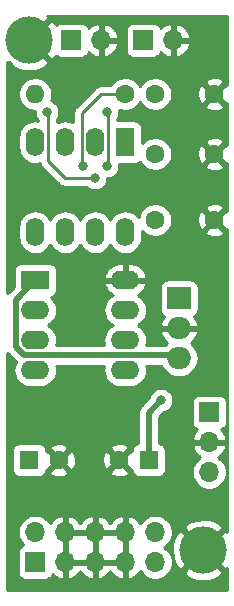
<source format=gbr>
%TF.GenerationSoftware,KiCad,Pcbnew,(5.1.9)-1*%
%TF.CreationDate,2021-06-25T13:34:49+01:00*%
%TF.ProjectId,NoiseGen,4e6f6973-6547-4656-9e2e-6b696361645f,rev?*%
%TF.SameCoordinates,Original*%
%TF.FileFunction,Copper,L2,Bot*%
%TF.FilePolarity,Positive*%
%FSLAX46Y46*%
G04 Gerber Fmt 4.6, Leading zero omitted, Abs format (unit mm)*
G04 Created by KiCad (PCBNEW (5.1.9)-1) date 2021-06-25 13:34:49*
%MOMM*%
%LPD*%
G01*
G04 APERTURE LIST*
%TA.AperFunction,ComponentPad*%
%ADD10C,4.000000*%
%TD*%
%TA.AperFunction,ComponentPad*%
%ADD11O,2.000000X1.905000*%
%TD*%
%TA.AperFunction,ComponentPad*%
%ADD12R,2.000000X1.905000*%
%TD*%
%TA.AperFunction,ComponentPad*%
%ADD13O,1.600000X2.400000*%
%TD*%
%TA.AperFunction,ComponentPad*%
%ADD14R,1.600000X2.400000*%
%TD*%
%TA.AperFunction,ComponentPad*%
%ADD15O,1.600000X1.600000*%
%TD*%
%TA.AperFunction,ComponentPad*%
%ADD16C,1.600000*%
%TD*%
%TA.AperFunction,ComponentPad*%
%ADD17O,2.400000X1.600000*%
%TD*%
%TA.AperFunction,ComponentPad*%
%ADD18R,2.400000X1.600000*%
%TD*%
%TA.AperFunction,ComponentPad*%
%ADD19O,1.700000X1.700000*%
%TD*%
%TA.AperFunction,ComponentPad*%
%ADD20R,1.700000X1.700000*%
%TD*%
%TA.AperFunction,ComponentPad*%
%ADD21R,1.600000X1.600000*%
%TD*%
%TA.AperFunction,ViaPad*%
%ADD22C,0.800000*%
%TD*%
%TA.AperFunction,Conductor*%
%ADD23C,0.500000*%
%TD*%
%TA.AperFunction,Conductor*%
%ADD24C,0.250000*%
%TD*%
%TA.AperFunction,Conductor*%
%ADD25C,0.254000*%
%TD*%
%TA.AperFunction,Conductor*%
%ADD26C,0.100000*%
%TD*%
G04 APERTURE END LIST*
D10*
%TO.P,H2,1*%
%TO.N,GND*%
X119380000Y-56896000D03*
%TD*%
%TO.P,H1,1*%
%TO.N,GND*%
X134112000Y-100076000D03*
%TD*%
D11*
%TO.P,U1,3*%
%TO.N,+5V*%
X132080000Y-83820000D03*
%TO.P,U1,2*%
%TO.N,GND*%
X132080000Y-81280000D03*
D12*
%TO.P,U1,1*%
%TO.N,+12V*%
X132080000Y-78740000D03*
%TD*%
D13*
%TO.P,U2,8*%
%TO.N,+12V*%
X127508000Y-73152000D03*
%TO.P,U2,4*%
%TO.N,-12V*%
X119888000Y-65532000D03*
%TO.P,U2,7*%
%TO.N,Net-(J3-Pad1)*%
X124968000Y-73152000D03*
%TO.P,U2,3*%
%TO.N,Net-(J5-Pad7)*%
X122428000Y-65532000D03*
%TO.P,U2,6*%
%TO.N,Net-(J3-Pad1)*%
X122428000Y-73152000D03*
%TO.P,U2,2*%
%TO.N,Net-(J4-Pad1)*%
X124968000Y-65532000D03*
%TO.P,U2,5*%
%TO.N,Net-(C6-Pad1)*%
X119888000Y-73152000D03*
D14*
%TO.P,U2,1*%
%TO.N,Net-(J4-Pad1)*%
X127508000Y-65532000D03*
%TD*%
D15*
%TO.P,R1,2*%
%TO.N,Net-(J5-Pad3)*%
X119888000Y-61468000D03*
D16*
%TO.P,R1,1*%
%TO.N,Net-(C6-Pad1)*%
X127508000Y-61468000D03*
%TD*%
D17*
%TO.P,J5,8*%
%TO.N,GND*%
X127508000Y-77216000D03*
%TO.P,J5,4*%
%TO.N,Net-(J5-Pad4)*%
X119888000Y-84836000D03*
%TO.P,J5,7*%
%TO.N,Net-(J5-Pad7)*%
X127508000Y-79756000D03*
%TO.P,J5,3*%
%TO.N,Net-(J5-Pad3)*%
X119888000Y-82296000D03*
%TO.P,J5,6*%
%TO.N,Net-(J5-Pad6)*%
X127508000Y-82296000D03*
%TO.P,J5,2*%
%TO.N,Net-(J5-Pad2)*%
X119888000Y-79756000D03*
%TO.P,J5,5*%
%TO.N,Net-(J5-Pad5)*%
X127508000Y-84836000D03*
D18*
%TO.P,J5,1*%
%TO.N,+5V*%
X119888000Y-77216000D03*
%TD*%
D19*
%TO.P,J4,2*%
%TO.N,GND*%
X125476000Y-56896000D03*
D20*
%TO.P,J4,1*%
%TO.N,Net-(J4-Pad1)*%
X122936000Y-56896000D03*
%TD*%
D19*
%TO.P,J3,2*%
%TO.N,GND*%
X131572000Y-56896000D03*
D20*
%TO.P,J3,1*%
%TO.N,Net-(J3-Pad1)*%
X129032000Y-56896000D03*
%TD*%
D19*
%TO.P,J2,3*%
%TO.N,-12V*%
X134620000Y-93472000D03*
%TO.P,J2,2*%
%TO.N,GND*%
X134620000Y-90932000D03*
D20*
%TO.P,J2,1*%
%TO.N,+12V*%
X134620000Y-88392000D03*
%TD*%
D19*
%TO.P,J1,10*%
%TO.N,+12V*%
X130048000Y-98552000D03*
%TO.P,J1,9*%
X130048000Y-101092000D03*
%TO.P,J1,8*%
%TO.N,GND*%
X127508000Y-98552000D03*
%TO.P,J1,7*%
X127508000Y-101092000D03*
%TO.P,J1,6*%
X124968000Y-98552000D03*
%TO.P,J1,5*%
X124968000Y-101092000D03*
%TO.P,J1,4*%
X122428000Y-98552000D03*
%TO.P,J1,3*%
X122428000Y-101092000D03*
%TO.P,J1,2*%
%TO.N,-12V*%
X119888000Y-98552000D03*
D20*
%TO.P,J1,1*%
X119888000Y-101092000D03*
%TD*%
D16*
%TO.P,C6,2*%
%TO.N,GND*%
X135048000Y-61468000D03*
%TO.P,C6,1*%
%TO.N,Net-(C6-Pad1)*%
X130048000Y-61468000D03*
%TD*%
%TO.P,C4,2*%
%TO.N,GND*%
X127000000Y-92456000D03*
D21*
%TO.P,C4,1*%
%TO.N,+5V*%
X129500000Y-92456000D03*
%TD*%
D16*
%TO.P,C3,2*%
%TO.N,GND*%
X135048000Y-72136000D03*
%TO.P,C3,1*%
%TO.N,-12V*%
X130048000Y-72136000D03*
%TD*%
%TO.P,C2,2*%
%TO.N,GND*%
X135048000Y-66548000D03*
%TO.P,C2,1*%
%TO.N,+12V*%
X130048000Y-66548000D03*
%TD*%
%TO.P,C1,2*%
%TO.N,GND*%
X121880000Y-92456000D03*
D21*
%TO.P,C1,1*%
%TO.N,+12V*%
X119380000Y-92456000D03*
%TD*%
D22*
%TO.N,+5V*%
X130556000Y-87376000D03*
%TO.N,Net-(C6-Pad1)*%
X123952000Y-67564000D03*
%TO.N,Net-(J3-Pad1)*%
X125984000Y-67564000D03*
X125984000Y-62992000D03*
%TO.N,Net-(J4-Pad1)*%
X124968000Y-68580000D03*
X120904000Y-62992000D03*
%TD*%
D23*
%TO.N,+5V*%
X129500000Y-88432000D02*
X129500000Y-92456000D01*
X130556000Y-87376000D02*
X129500000Y-88432000D01*
X118237990Y-78866010D02*
X119888000Y-77216000D01*
X131845990Y-83585990D02*
X118970229Y-83585990D01*
X118237990Y-82853751D02*
X118237990Y-78866010D01*
X118970229Y-83585990D02*
X118237990Y-82853751D01*
X132080000Y-83820000D02*
X131845990Y-83585990D01*
D24*
%TO.N,Net-(C6-Pad1)*%
X123842990Y-67454990D02*
X123842990Y-63101010D01*
X123952000Y-67564000D02*
X123842990Y-67454990D01*
X125476000Y-61468000D02*
X127508000Y-61468000D01*
X123842990Y-63101010D02*
X125476000Y-61468000D01*
%TO.N,Net-(J3-Pad1)*%
X126093010Y-63101010D02*
X125984000Y-62992000D01*
X126093010Y-67454990D02*
X126093010Y-63101010D01*
X125984000Y-67564000D02*
X126093010Y-67454990D01*
%TO.N,Net-(J4-Pad1)*%
X124968000Y-68580000D02*
X122428000Y-68580000D01*
X121013010Y-63101010D02*
X120904000Y-62992000D01*
X121013010Y-67165010D02*
X121013010Y-63101010D01*
X122428000Y-68580000D02*
X121013010Y-67165010D01*
%TD*%
D25*
%TO.N,GND*%
X136155000Y-60688439D02*
X136040702Y-60654903D01*
X135227605Y-61468000D01*
X136040702Y-62281097D01*
X136155000Y-62247561D01*
X136155000Y-65768439D01*
X136040702Y-65734903D01*
X135227605Y-66548000D01*
X136040702Y-67361097D01*
X136155000Y-67327561D01*
X136155000Y-71356439D01*
X136040702Y-71322903D01*
X135227605Y-72136000D01*
X136040702Y-72949097D01*
X136155000Y-72915561D01*
X136155001Y-98523310D01*
X135959499Y-98408106D01*
X134291605Y-100076000D01*
X135959499Y-101743894D01*
X136155001Y-101628690D01*
X136155001Y-103455000D01*
X117525000Y-103455000D01*
X117525000Y-100242000D01*
X118399928Y-100242000D01*
X118399928Y-101942000D01*
X118412188Y-102066482D01*
X118448498Y-102186180D01*
X118507463Y-102296494D01*
X118586815Y-102393185D01*
X118683506Y-102472537D01*
X118793820Y-102531502D01*
X118913518Y-102567812D01*
X119038000Y-102580072D01*
X120738000Y-102580072D01*
X120862482Y-102567812D01*
X120982180Y-102531502D01*
X121092494Y-102472537D01*
X121189185Y-102393185D01*
X121268537Y-102296494D01*
X121327502Y-102186180D01*
X121351966Y-102105534D01*
X121427731Y-102189588D01*
X121661080Y-102363641D01*
X121923901Y-102488825D01*
X122071110Y-102533476D01*
X122301000Y-102412155D01*
X122301000Y-101219000D01*
X122555000Y-101219000D01*
X122555000Y-102412155D01*
X122784890Y-102533476D01*
X122932099Y-102488825D01*
X123194920Y-102363641D01*
X123428269Y-102189588D01*
X123623178Y-101973355D01*
X123698000Y-101847745D01*
X123772822Y-101973355D01*
X123967731Y-102189588D01*
X124201080Y-102363641D01*
X124463901Y-102488825D01*
X124611110Y-102533476D01*
X124841000Y-102412155D01*
X124841000Y-101219000D01*
X125095000Y-101219000D01*
X125095000Y-102412155D01*
X125324890Y-102533476D01*
X125472099Y-102488825D01*
X125734920Y-102363641D01*
X125968269Y-102189588D01*
X126163178Y-101973355D01*
X126238000Y-101847745D01*
X126312822Y-101973355D01*
X126507731Y-102189588D01*
X126741080Y-102363641D01*
X127003901Y-102488825D01*
X127151110Y-102533476D01*
X127381000Y-102412155D01*
X127381000Y-101219000D01*
X125095000Y-101219000D01*
X124841000Y-101219000D01*
X122555000Y-101219000D01*
X122301000Y-101219000D01*
X122281000Y-101219000D01*
X122281000Y-100965000D01*
X122301000Y-100965000D01*
X122301000Y-98679000D01*
X122555000Y-98679000D01*
X122555000Y-100965000D01*
X124841000Y-100965000D01*
X124841000Y-98679000D01*
X125095000Y-98679000D01*
X125095000Y-100965000D01*
X127381000Y-100965000D01*
X127381000Y-98679000D01*
X125095000Y-98679000D01*
X124841000Y-98679000D01*
X122555000Y-98679000D01*
X122301000Y-98679000D01*
X122281000Y-98679000D01*
X122281000Y-98425000D01*
X122301000Y-98425000D01*
X122301000Y-97231845D01*
X122555000Y-97231845D01*
X122555000Y-98425000D01*
X124841000Y-98425000D01*
X124841000Y-97231845D01*
X125095000Y-97231845D01*
X125095000Y-98425000D01*
X127381000Y-98425000D01*
X127381000Y-97231845D01*
X127635000Y-97231845D01*
X127635000Y-98425000D01*
X127655000Y-98425000D01*
X127655000Y-98679000D01*
X127635000Y-98679000D01*
X127635000Y-100965000D01*
X127655000Y-100965000D01*
X127655000Y-101219000D01*
X127635000Y-101219000D01*
X127635000Y-102412155D01*
X127864890Y-102533476D01*
X128012099Y-102488825D01*
X128274920Y-102363641D01*
X128508269Y-102189588D01*
X128703178Y-101973355D01*
X128772805Y-101856466D01*
X128894525Y-102038632D01*
X129101368Y-102245475D01*
X129344589Y-102407990D01*
X129614842Y-102519932D01*
X129901740Y-102577000D01*
X130194260Y-102577000D01*
X130481158Y-102519932D01*
X130751411Y-102407990D01*
X130994632Y-102245475D01*
X131201475Y-102038632D01*
X131278404Y-101923499D01*
X132444106Y-101923499D01*
X132660228Y-102290258D01*
X133120105Y-102530938D01*
X133618098Y-102677275D01*
X134135071Y-102723648D01*
X134651159Y-102668273D01*
X135146526Y-102513279D01*
X135563772Y-102290258D01*
X135779894Y-101923499D01*
X134112000Y-100255605D01*
X132444106Y-101923499D01*
X131278404Y-101923499D01*
X131363990Y-101795411D01*
X131475932Y-101525158D01*
X131533000Y-101238260D01*
X131533000Y-100945740D01*
X131475932Y-100658842D01*
X131363990Y-100388589D01*
X131201475Y-100145368D01*
X131155178Y-100099071D01*
X131464352Y-100099071D01*
X131519727Y-100615159D01*
X131674721Y-101110526D01*
X131897742Y-101527772D01*
X132264501Y-101743894D01*
X133932395Y-100076000D01*
X132264501Y-98408106D01*
X131897742Y-98624228D01*
X131657062Y-99084105D01*
X131510725Y-99582098D01*
X131464352Y-100099071D01*
X131155178Y-100099071D01*
X130994632Y-99938525D01*
X130820240Y-99822000D01*
X130994632Y-99705475D01*
X131201475Y-99498632D01*
X131363990Y-99255411D01*
X131475932Y-98985158D01*
X131533000Y-98698260D01*
X131533000Y-98405740D01*
X131497745Y-98228501D01*
X132444106Y-98228501D01*
X134112000Y-99896395D01*
X135779894Y-98228501D01*
X135563772Y-97861742D01*
X135103895Y-97621062D01*
X134605902Y-97474725D01*
X134088929Y-97428352D01*
X133572841Y-97483727D01*
X133077474Y-97638721D01*
X132660228Y-97861742D01*
X132444106Y-98228501D01*
X131497745Y-98228501D01*
X131475932Y-98118842D01*
X131363990Y-97848589D01*
X131201475Y-97605368D01*
X130994632Y-97398525D01*
X130751411Y-97236010D01*
X130481158Y-97124068D01*
X130194260Y-97067000D01*
X129901740Y-97067000D01*
X129614842Y-97124068D01*
X129344589Y-97236010D01*
X129101368Y-97398525D01*
X128894525Y-97605368D01*
X128772805Y-97787534D01*
X128703178Y-97670645D01*
X128508269Y-97454412D01*
X128274920Y-97280359D01*
X128012099Y-97155175D01*
X127864890Y-97110524D01*
X127635000Y-97231845D01*
X127381000Y-97231845D01*
X127151110Y-97110524D01*
X127003901Y-97155175D01*
X126741080Y-97280359D01*
X126507731Y-97454412D01*
X126312822Y-97670645D01*
X126238000Y-97796255D01*
X126163178Y-97670645D01*
X125968269Y-97454412D01*
X125734920Y-97280359D01*
X125472099Y-97155175D01*
X125324890Y-97110524D01*
X125095000Y-97231845D01*
X124841000Y-97231845D01*
X124611110Y-97110524D01*
X124463901Y-97155175D01*
X124201080Y-97280359D01*
X123967731Y-97454412D01*
X123772822Y-97670645D01*
X123698000Y-97796255D01*
X123623178Y-97670645D01*
X123428269Y-97454412D01*
X123194920Y-97280359D01*
X122932099Y-97155175D01*
X122784890Y-97110524D01*
X122555000Y-97231845D01*
X122301000Y-97231845D01*
X122071110Y-97110524D01*
X121923901Y-97155175D01*
X121661080Y-97280359D01*
X121427731Y-97454412D01*
X121232822Y-97670645D01*
X121163195Y-97787534D01*
X121041475Y-97605368D01*
X120834632Y-97398525D01*
X120591411Y-97236010D01*
X120321158Y-97124068D01*
X120034260Y-97067000D01*
X119741740Y-97067000D01*
X119454842Y-97124068D01*
X119184589Y-97236010D01*
X118941368Y-97398525D01*
X118734525Y-97605368D01*
X118572010Y-97848589D01*
X118460068Y-98118842D01*
X118403000Y-98405740D01*
X118403000Y-98698260D01*
X118460068Y-98985158D01*
X118572010Y-99255411D01*
X118734525Y-99498632D01*
X118866380Y-99630487D01*
X118793820Y-99652498D01*
X118683506Y-99711463D01*
X118586815Y-99790815D01*
X118507463Y-99887506D01*
X118448498Y-99997820D01*
X118412188Y-100117518D01*
X118399928Y-100242000D01*
X117525000Y-100242000D01*
X117525000Y-91656000D01*
X117941928Y-91656000D01*
X117941928Y-93256000D01*
X117954188Y-93380482D01*
X117990498Y-93500180D01*
X118049463Y-93610494D01*
X118128815Y-93707185D01*
X118225506Y-93786537D01*
X118335820Y-93845502D01*
X118455518Y-93881812D01*
X118580000Y-93894072D01*
X120180000Y-93894072D01*
X120304482Y-93881812D01*
X120424180Y-93845502D01*
X120534494Y-93786537D01*
X120631185Y-93707185D01*
X120710537Y-93610494D01*
X120769502Y-93500180D01*
X120785117Y-93448702D01*
X121066903Y-93448702D01*
X121138486Y-93692671D01*
X121393996Y-93813571D01*
X121668184Y-93882300D01*
X121950512Y-93896217D01*
X122230130Y-93854787D01*
X122496292Y-93759603D01*
X122621514Y-93692671D01*
X122693097Y-93448702D01*
X126186903Y-93448702D01*
X126258486Y-93692671D01*
X126513996Y-93813571D01*
X126788184Y-93882300D01*
X127070512Y-93896217D01*
X127350130Y-93854787D01*
X127616292Y-93759603D01*
X127741514Y-93692671D01*
X127813097Y-93448702D01*
X127000000Y-92635605D01*
X126186903Y-93448702D01*
X122693097Y-93448702D01*
X121880000Y-92635605D01*
X121066903Y-93448702D01*
X120785117Y-93448702D01*
X120805812Y-93380482D01*
X120818072Y-93256000D01*
X120818072Y-93248785D01*
X120887298Y-93269097D01*
X121700395Y-92456000D01*
X122059605Y-92456000D01*
X122872702Y-93269097D01*
X123116671Y-93197514D01*
X123237571Y-92942004D01*
X123306300Y-92667816D01*
X123313265Y-92526512D01*
X125559783Y-92526512D01*
X125601213Y-92806130D01*
X125696397Y-93072292D01*
X125763329Y-93197514D01*
X126007298Y-93269097D01*
X126820395Y-92456000D01*
X127179605Y-92456000D01*
X127992702Y-93269097D01*
X128061928Y-93248785D01*
X128061928Y-93256000D01*
X128074188Y-93380482D01*
X128110498Y-93500180D01*
X128169463Y-93610494D01*
X128248815Y-93707185D01*
X128345506Y-93786537D01*
X128455820Y-93845502D01*
X128575518Y-93881812D01*
X128700000Y-93894072D01*
X130300000Y-93894072D01*
X130424482Y-93881812D01*
X130544180Y-93845502D01*
X130654494Y-93786537D01*
X130751185Y-93707185D01*
X130830537Y-93610494D01*
X130889502Y-93500180D01*
X130925812Y-93380482D01*
X130931203Y-93325740D01*
X133135000Y-93325740D01*
X133135000Y-93618260D01*
X133192068Y-93905158D01*
X133304010Y-94175411D01*
X133466525Y-94418632D01*
X133673368Y-94625475D01*
X133916589Y-94787990D01*
X134186842Y-94899932D01*
X134473740Y-94957000D01*
X134766260Y-94957000D01*
X135053158Y-94899932D01*
X135323411Y-94787990D01*
X135566632Y-94625475D01*
X135773475Y-94418632D01*
X135935990Y-94175411D01*
X136047932Y-93905158D01*
X136105000Y-93618260D01*
X136105000Y-93325740D01*
X136047932Y-93038842D01*
X135935990Y-92768589D01*
X135773475Y-92525368D01*
X135566632Y-92318525D01*
X135384466Y-92196805D01*
X135501355Y-92127178D01*
X135717588Y-91932269D01*
X135891641Y-91698920D01*
X136016825Y-91436099D01*
X136061476Y-91288890D01*
X135940155Y-91059000D01*
X134747000Y-91059000D01*
X134747000Y-91079000D01*
X134493000Y-91079000D01*
X134493000Y-91059000D01*
X133299845Y-91059000D01*
X133178524Y-91288890D01*
X133223175Y-91436099D01*
X133348359Y-91698920D01*
X133522412Y-91932269D01*
X133738645Y-92127178D01*
X133855534Y-92196805D01*
X133673368Y-92318525D01*
X133466525Y-92525368D01*
X133304010Y-92768589D01*
X133192068Y-93038842D01*
X133135000Y-93325740D01*
X130931203Y-93325740D01*
X130938072Y-93256000D01*
X130938072Y-91656000D01*
X130925812Y-91531518D01*
X130889502Y-91411820D01*
X130830537Y-91301506D01*
X130751185Y-91204815D01*
X130654494Y-91125463D01*
X130544180Y-91066498D01*
X130424482Y-91030188D01*
X130385000Y-91026299D01*
X130385000Y-88798578D01*
X130801044Y-88382535D01*
X130857898Y-88371226D01*
X131046256Y-88293205D01*
X131215774Y-88179937D01*
X131359937Y-88035774D01*
X131473205Y-87866256D01*
X131551226Y-87677898D01*
X131578257Y-87542000D01*
X133131928Y-87542000D01*
X133131928Y-89242000D01*
X133144188Y-89366482D01*
X133180498Y-89486180D01*
X133239463Y-89596494D01*
X133318815Y-89693185D01*
X133415506Y-89772537D01*
X133525820Y-89831502D01*
X133606466Y-89855966D01*
X133522412Y-89931731D01*
X133348359Y-90165080D01*
X133223175Y-90427901D01*
X133178524Y-90575110D01*
X133299845Y-90805000D01*
X134493000Y-90805000D01*
X134493000Y-90785000D01*
X134747000Y-90785000D01*
X134747000Y-90805000D01*
X135940155Y-90805000D01*
X136061476Y-90575110D01*
X136016825Y-90427901D01*
X135891641Y-90165080D01*
X135717588Y-89931731D01*
X135633534Y-89855966D01*
X135714180Y-89831502D01*
X135824494Y-89772537D01*
X135921185Y-89693185D01*
X136000537Y-89596494D01*
X136059502Y-89486180D01*
X136095812Y-89366482D01*
X136108072Y-89242000D01*
X136108072Y-87542000D01*
X136095812Y-87417518D01*
X136059502Y-87297820D01*
X136000537Y-87187506D01*
X135921185Y-87090815D01*
X135824494Y-87011463D01*
X135714180Y-86952498D01*
X135594482Y-86916188D01*
X135470000Y-86903928D01*
X133770000Y-86903928D01*
X133645518Y-86916188D01*
X133525820Y-86952498D01*
X133415506Y-87011463D01*
X133318815Y-87090815D01*
X133239463Y-87187506D01*
X133180498Y-87297820D01*
X133144188Y-87417518D01*
X133131928Y-87542000D01*
X131578257Y-87542000D01*
X131591000Y-87477939D01*
X131591000Y-87274061D01*
X131551226Y-87074102D01*
X131473205Y-86885744D01*
X131359937Y-86716226D01*
X131215774Y-86572063D01*
X131046256Y-86458795D01*
X130857898Y-86380774D01*
X130657939Y-86341000D01*
X130454061Y-86341000D01*
X130254102Y-86380774D01*
X130065744Y-86458795D01*
X129896226Y-86572063D01*
X129752063Y-86716226D01*
X129638795Y-86885744D01*
X129560774Y-87074102D01*
X129549465Y-87130956D01*
X128904956Y-87775466D01*
X128871183Y-87803183D01*
X128760589Y-87937942D01*
X128678411Y-88091688D01*
X128627805Y-88258511D01*
X128615000Y-88388524D01*
X128615000Y-88388531D01*
X128610719Y-88432000D01*
X128615000Y-88475469D01*
X128615001Y-91026299D01*
X128575518Y-91030188D01*
X128455820Y-91066498D01*
X128345506Y-91125463D01*
X128248815Y-91204815D01*
X128169463Y-91301506D01*
X128110498Y-91411820D01*
X128074188Y-91531518D01*
X128061928Y-91656000D01*
X128061928Y-91663215D01*
X127992702Y-91642903D01*
X127179605Y-92456000D01*
X126820395Y-92456000D01*
X126007298Y-91642903D01*
X125763329Y-91714486D01*
X125642429Y-91969996D01*
X125573700Y-92244184D01*
X125559783Y-92526512D01*
X123313265Y-92526512D01*
X123320217Y-92385488D01*
X123278787Y-92105870D01*
X123183603Y-91839708D01*
X123116671Y-91714486D01*
X122872702Y-91642903D01*
X122059605Y-92456000D01*
X121700395Y-92456000D01*
X120887298Y-91642903D01*
X120818072Y-91663215D01*
X120818072Y-91656000D01*
X120805812Y-91531518D01*
X120785118Y-91463298D01*
X121066903Y-91463298D01*
X121880000Y-92276395D01*
X122693097Y-91463298D01*
X126186903Y-91463298D01*
X127000000Y-92276395D01*
X127813097Y-91463298D01*
X127741514Y-91219329D01*
X127486004Y-91098429D01*
X127211816Y-91029700D01*
X126929488Y-91015783D01*
X126649870Y-91057213D01*
X126383708Y-91152397D01*
X126258486Y-91219329D01*
X126186903Y-91463298D01*
X122693097Y-91463298D01*
X122621514Y-91219329D01*
X122366004Y-91098429D01*
X122091816Y-91029700D01*
X121809488Y-91015783D01*
X121529870Y-91057213D01*
X121263708Y-91152397D01*
X121138486Y-91219329D01*
X121066903Y-91463298D01*
X120785118Y-91463298D01*
X120769502Y-91411820D01*
X120710537Y-91301506D01*
X120631185Y-91204815D01*
X120534494Y-91125463D01*
X120424180Y-91066498D01*
X120304482Y-91030188D01*
X120180000Y-91017928D01*
X118580000Y-91017928D01*
X118455518Y-91030188D01*
X118335820Y-91066498D01*
X118225506Y-91125463D01*
X118128815Y-91204815D01*
X118049463Y-91301506D01*
X117990498Y-91411820D01*
X117954188Y-91531518D01*
X117941928Y-91656000D01*
X117525000Y-91656000D01*
X117525000Y-83380003D01*
X117609173Y-83482568D01*
X117642946Y-83510285D01*
X118246743Y-84114083D01*
X118155818Y-84284192D01*
X118073764Y-84554691D01*
X118046057Y-84836000D01*
X118073764Y-85117309D01*
X118155818Y-85387808D01*
X118289068Y-85637101D01*
X118468392Y-85855608D01*
X118686899Y-86034932D01*
X118936192Y-86168182D01*
X119206691Y-86250236D01*
X119417508Y-86271000D01*
X120358492Y-86271000D01*
X120569309Y-86250236D01*
X120839808Y-86168182D01*
X121089101Y-86034932D01*
X121307608Y-85855608D01*
X121486932Y-85637101D01*
X121620182Y-85387808D01*
X121702236Y-85117309D01*
X121729943Y-84836000D01*
X121702236Y-84554691D01*
X121676846Y-84470990D01*
X125719154Y-84470990D01*
X125693764Y-84554691D01*
X125666057Y-84836000D01*
X125693764Y-85117309D01*
X125775818Y-85387808D01*
X125909068Y-85637101D01*
X126088392Y-85855608D01*
X126306899Y-86034932D01*
X126556192Y-86168182D01*
X126826691Y-86250236D01*
X127037508Y-86271000D01*
X127978492Y-86271000D01*
X128189309Y-86250236D01*
X128459808Y-86168182D01*
X128709101Y-86034932D01*
X128927608Y-85855608D01*
X129106932Y-85637101D01*
X129240182Y-85387808D01*
X129322236Y-85117309D01*
X129349943Y-84836000D01*
X129322236Y-84554691D01*
X129296846Y-84470990D01*
X130580415Y-84470990D01*
X130706155Y-84706235D01*
X130904537Y-84947963D01*
X131146265Y-85146345D01*
X131422051Y-85293755D01*
X131721296Y-85384530D01*
X131954514Y-85407500D01*
X132205486Y-85407500D01*
X132438704Y-85384530D01*
X132737949Y-85293755D01*
X133013735Y-85146345D01*
X133255463Y-84947963D01*
X133453845Y-84706235D01*
X133601255Y-84430449D01*
X133692030Y-84131204D01*
X133722681Y-83820000D01*
X133692030Y-83508796D01*
X133601255Y-83209551D01*
X133453845Y-82933765D01*
X133255463Y-82692037D01*
X133076101Y-82544837D01*
X133261315Y-82389437D01*
X133455969Y-82146923D01*
X133599571Y-81871094D01*
X133670563Y-81652980D01*
X133550594Y-81407000D01*
X132207000Y-81407000D01*
X132207000Y-81427000D01*
X131953000Y-81427000D01*
X131953000Y-81407000D01*
X130609406Y-81407000D01*
X130489437Y-81652980D01*
X130560429Y-81871094D01*
X130704031Y-82146923D01*
X130898685Y-82389437D01*
X131083899Y-82544837D01*
X130904537Y-82692037D01*
X130897189Y-82700990D01*
X129284718Y-82700990D01*
X129322236Y-82577309D01*
X129349943Y-82296000D01*
X129322236Y-82014691D01*
X129240182Y-81744192D01*
X129106932Y-81494899D01*
X128927608Y-81276392D01*
X128709101Y-81097068D01*
X128576142Y-81026000D01*
X128709101Y-80954932D01*
X128927608Y-80775608D01*
X129106932Y-80557101D01*
X129240182Y-80307808D01*
X129322236Y-80037309D01*
X129349943Y-79756000D01*
X129322236Y-79474691D01*
X129240182Y-79204192D01*
X129106932Y-78954899D01*
X128927608Y-78736392D01*
X128709101Y-78557068D01*
X128581259Y-78488735D01*
X128810839Y-78338601D01*
X129012500Y-78140895D01*
X129171715Y-77907646D01*
X129222881Y-77787500D01*
X130441928Y-77787500D01*
X130441928Y-79692500D01*
X130454188Y-79816982D01*
X130490498Y-79936680D01*
X130549463Y-80046994D01*
X130628815Y-80143685D01*
X130725506Y-80223037D01*
X130817219Y-80272059D01*
X130704031Y-80413077D01*
X130560429Y-80688906D01*
X130489437Y-80907020D01*
X130609406Y-81153000D01*
X131953000Y-81153000D01*
X131953000Y-81133000D01*
X132207000Y-81133000D01*
X132207000Y-81153000D01*
X133550594Y-81153000D01*
X133670563Y-80907020D01*
X133599571Y-80688906D01*
X133455969Y-80413077D01*
X133342781Y-80272059D01*
X133434494Y-80223037D01*
X133531185Y-80143685D01*
X133610537Y-80046994D01*
X133669502Y-79936680D01*
X133705812Y-79816982D01*
X133718072Y-79692500D01*
X133718072Y-77787500D01*
X133705812Y-77663018D01*
X133669502Y-77543320D01*
X133610537Y-77433006D01*
X133531185Y-77336315D01*
X133434494Y-77256963D01*
X133324180Y-77197998D01*
X133204482Y-77161688D01*
X133080000Y-77149428D01*
X131080000Y-77149428D01*
X130955518Y-77161688D01*
X130835820Y-77197998D01*
X130725506Y-77256963D01*
X130628815Y-77336315D01*
X130549463Y-77433006D01*
X130490498Y-77543320D01*
X130454188Y-77663018D01*
X130441928Y-77787500D01*
X129222881Y-77787500D01*
X129282367Y-77647818D01*
X129299904Y-77565039D01*
X129177915Y-77343000D01*
X127635000Y-77343000D01*
X127635000Y-77363000D01*
X127381000Y-77363000D01*
X127381000Y-77343000D01*
X125838085Y-77343000D01*
X125716096Y-77565039D01*
X125733633Y-77647818D01*
X125844285Y-77907646D01*
X126003500Y-78140895D01*
X126205161Y-78338601D01*
X126434741Y-78488735D01*
X126306899Y-78557068D01*
X126088392Y-78736392D01*
X125909068Y-78954899D01*
X125775818Y-79204192D01*
X125693764Y-79474691D01*
X125666057Y-79756000D01*
X125693764Y-80037309D01*
X125775818Y-80307808D01*
X125909068Y-80557101D01*
X126088392Y-80775608D01*
X126306899Y-80954932D01*
X126439858Y-81026000D01*
X126306899Y-81097068D01*
X126088392Y-81276392D01*
X125909068Y-81494899D01*
X125775818Y-81744192D01*
X125693764Y-82014691D01*
X125666057Y-82296000D01*
X125693764Y-82577309D01*
X125731282Y-82700990D01*
X121664718Y-82700990D01*
X121702236Y-82577309D01*
X121729943Y-82296000D01*
X121702236Y-82014691D01*
X121620182Y-81744192D01*
X121486932Y-81494899D01*
X121307608Y-81276392D01*
X121089101Y-81097068D01*
X120956142Y-81026000D01*
X121089101Y-80954932D01*
X121307608Y-80775608D01*
X121486932Y-80557101D01*
X121620182Y-80307808D01*
X121702236Y-80037309D01*
X121729943Y-79756000D01*
X121702236Y-79474691D01*
X121620182Y-79204192D01*
X121486932Y-78954899D01*
X121307608Y-78736392D01*
X121194518Y-78643581D01*
X121212482Y-78641812D01*
X121332180Y-78605502D01*
X121442494Y-78546537D01*
X121539185Y-78467185D01*
X121618537Y-78370494D01*
X121677502Y-78260180D01*
X121713812Y-78140482D01*
X121726072Y-78016000D01*
X121726072Y-76866961D01*
X125716096Y-76866961D01*
X125838085Y-77089000D01*
X127381000Y-77089000D01*
X127381000Y-75781000D01*
X127635000Y-75781000D01*
X127635000Y-77089000D01*
X129177915Y-77089000D01*
X129299904Y-76866961D01*
X129282367Y-76784182D01*
X129171715Y-76524354D01*
X129012500Y-76291105D01*
X128810839Y-76093399D01*
X128574483Y-75938834D01*
X128312514Y-75833350D01*
X128035000Y-75781000D01*
X127635000Y-75781000D01*
X127381000Y-75781000D01*
X126981000Y-75781000D01*
X126703486Y-75833350D01*
X126441517Y-75938834D01*
X126205161Y-76093399D01*
X126003500Y-76291105D01*
X125844285Y-76524354D01*
X125733633Y-76784182D01*
X125716096Y-76866961D01*
X121726072Y-76866961D01*
X121726072Y-76416000D01*
X121713812Y-76291518D01*
X121677502Y-76171820D01*
X121618537Y-76061506D01*
X121539185Y-75964815D01*
X121442494Y-75885463D01*
X121332180Y-75826498D01*
X121212482Y-75790188D01*
X121088000Y-75777928D01*
X118688000Y-75777928D01*
X118563518Y-75790188D01*
X118443820Y-75826498D01*
X118333506Y-75885463D01*
X118236815Y-75964815D01*
X118157463Y-76061506D01*
X118098498Y-76171820D01*
X118062188Y-76291518D01*
X118049928Y-76416000D01*
X118049928Y-77802494D01*
X117642941Y-78209481D01*
X117609174Y-78237193D01*
X117581461Y-78270961D01*
X117581458Y-78270964D01*
X117525000Y-78339758D01*
X117525000Y-72681508D01*
X118453000Y-72681508D01*
X118453000Y-73622491D01*
X118473764Y-73833308D01*
X118555818Y-74103807D01*
X118689068Y-74353100D01*
X118868392Y-74571607D01*
X119086899Y-74750932D01*
X119336192Y-74884182D01*
X119606691Y-74966236D01*
X119888000Y-74993943D01*
X120169308Y-74966236D01*
X120439807Y-74884182D01*
X120689100Y-74750932D01*
X120907607Y-74571608D01*
X121086932Y-74353101D01*
X121158000Y-74220142D01*
X121229068Y-74353100D01*
X121408392Y-74571607D01*
X121626899Y-74750932D01*
X121876192Y-74884182D01*
X122146691Y-74966236D01*
X122428000Y-74993943D01*
X122709308Y-74966236D01*
X122979807Y-74884182D01*
X123229100Y-74750932D01*
X123447607Y-74571608D01*
X123626932Y-74353101D01*
X123698000Y-74220142D01*
X123769068Y-74353100D01*
X123948392Y-74571607D01*
X124166899Y-74750932D01*
X124416192Y-74884182D01*
X124686691Y-74966236D01*
X124968000Y-74993943D01*
X125249308Y-74966236D01*
X125519807Y-74884182D01*
X125769100Y-74750932D01*
X125987607Y-74571608D01*
X126166932Y-74353101D01*
X126238000Y-74220142D01*
X126309068Y-74353100D01*
X126488392Y-74571607D01*
X126706899Y-74750932D01*
X126956192Y-74884182D01*
X127226691Y-74966236D01*
X127508000Y-74993943D01*
X127789308Y-74966236D01*
X128059807Y-74884182D01*
X128309100Y-74750932D01*
X128527607Y-74571608D01*
X128706932Y-74353101D01*
X128840182Y-74103808D01*
X128922236Y-73833309D01*
X128943000Y-73622492D01*
X128943000Y-73060396D01*
X129133241Y-73250637D01*
X129368273Y-73407680D01*
X129629426Y-73515853D01*
X129906665Y-73571000D01*
X130189335Y-73571000D01*
X130466574Y-73515853D01*
X130727727Y-73407680D01*
X130962759Y-73250637D01*
X131084694Y-73128702D01*
X134234903Y-73128702D01*
X134306486Y-73372671D01*
X134561996Y-73493571D01*
X134836184Y-73562300D01*
X135118512Y-73576217D01*
X135398130Y-73534787D01*
X135664292Y-73439603D01*
X135789514Y-73372671D01*
X135861097Y-73128702D01*
X135048000Y-72315605D01*
X134234903Y-73128702D01*
X131084694Y-73128702D01*
X131162637Y-73050759D01*
X131319680Y-72815727D01*
X131427853Y-72554574D01*
X131483000Y-72277335D01*
X131483000Y-72206512D01*
X133607783Y-72206512D01*
X133649213Y-72486130D01*
X133744397Y-72752292D01*
X133811329Y-72877514D01*
X134055298Y-72949097D01*
X134868395Y-72136000D01*
X134055298Y-71322903D01*
X133811329Y-71394486D01*
X133690429Y-71649996D01*
X133621700Y-71924184D01*
X133607783Y-72206512D01*
X131483000Y-72206512D01*
X131483000Y-71994665D01*
X131427853Y-71717426D01*
X131319680Y-71456273D01*
X131162637Y-71221241D01*
X131084694Y-71143298D01*
X134234903Y-71143298D01*
X135048000Y-71956395D01*
X135861097Y-71143298D01*
X135789514Y-70899329D01*
X135534004Y-70778429D01*
X135259816Y-70709700D01*
X134977488Y-70695783D01*
X134697870Y-70737213D01*
X134431708Y-70832397D01*
X134306486Y-70899329D01*
X134234903Y-71143298D01*
X131084694Y-71143298D01*
X130962759Y-71021363D01*
X130727727Y-70864320D01*
X130466574Y-70756147D01*
X130189335Y-70701000D01*
X129906665Y-70701000D01*
X129629426Y-70756147D01*
X129368273Y-70864320D01*
X129133241Y-71021363D01*
X128933363Y-71221241D01*
X128776320Y-71456273D01*
X128668147Y-71717426D01*
X128638333Y-71867311D01*
X128527608Y-71732392D01*
X128309101Y-71553068D01*
X128059808Y-71419818D01*
X127789309Y-71337764D01*
X127508000Y-71310057D01*
X127226692Y-71337764D01*
X126956193Y-71419818D01*
X126706900Y-71553068D01*
X126488393Y-71732392D01*
X126309068Y-71950899D01*
X126238000Y-72083858D01*
X126166932Y-71950899D01*
X125987608Y-71732392D01*
X125769101Y-71553068D01*
X125519808Y-71419818D01*
X125249309Y-71337764D01*
X124968000Y-71310057D01*
X124686692Y-71337764D01*
X124416193Y-71419818D01*
X124166900Y-71553068D01*
X123948393Y-71732392D01*
X123769068Y-71950899D01*
X123698000Y-72083858D01*
X123626932Y-71950899D01*
X123447608Y-71732392D01*
X123229101Y-71553068D01*
X122979808Y-71419818D01*
X122709309Y-71337764D01*
X122428000Y-71310057D01*
X122146692Y-71337764D01*
X121876193Y-71419818D01*
X121626900Y-71553068D01*
X121408393Y-71732392D01*
X121229068Y-71950899D01*
X121158000Y-72083858D01*
X121086932Y-71950899D01*
X120907608Y-71732392D01*
X120689101Y-71553068D01*
X120439808Y-71419818D01*
X120169309Y-71337764D01*
X119888000Y-71310057D01*
X119606692Y-71337764D01*
X119336193Y-71419818D01*
X119086900Y-71553068D01*
X118868393Y-71732392D01*
X118689068Y-71950899D01*
X118555818Y-72200192D01*
X118473764Y-72470691D01*
X118453000Y-72681508D01*
X117525000Y-72681508D01*
X117525000Y-61326665D01*
X118453000Y-61326665D01*
X118453000Y-61609335D01*
X118508147Y-61886574D01*
X118616320Y-62147727D01*
X118773363Y-62382759D01*
X118973241Y-62582637D01*
X119208273Y-62739680D01*
X119469426Y-62847853D01*
X119746665Y-62903000D01*
X119869000Y-62903000D01*
X119869000Y-63093939D01*
X119908774Y-63293898D01*
X119986795Y-63482256D01*
X120100063Y-63651774D01*
X120165697Y-63717408D01*
X119888000Y-63690057D01*
X119606692Y-63717764D01*
X119336193Y-63799818D01*
X119086900Y-63933068D01*
X118868393Y-64112392D01*
X118689068Y-64330899D01*
X118555818Y-64580192D01*
X118473764Y-64850691D01*
X118453000Y-65061508D01*
X118453000Y-66002491D01*
X118473764Y-66213308D01*
X118555818Y-66483807D01*
X118689068Y-66733100D01*
X118868392Y-66951607D01*
X119086899Y-67130932D01*
X119336192Y-67264182D01*
X119606691Y-67346236D01*
X119888000Y-67373943D01*
X120169308Y-67346236D01*
X120264983Y-67317214D01*
X120294651Y-67415015D01*
X120307464Y-67457256D01*
X120378036Y-67589286D01*
X120390092Y-67603976D01*
X120473009Y-67705011D01*
X120502013Y-67728814D01*
X121864201Y-69091003D01*
X121887999Y-69120001D01*
X121916997Y-69143799D01*
X122003723Y-69214974D01*
X122135753Y-69285546D01*
X122279014Y-69329003D01*
X122390667Y-69340000D01*
X122390676Y-69340000D01*
X122427999Y-69343676D01*
X122465322Y-69340000D01*
X124264289Y-69340000D01*
X124308226Y-69383937D01*
X124477744Y-69497205D01*
X124666102Y-69575226D01*
X124866061Y-69615000D01*
X125069939Y-69615000D01*
X125269898Y-69575226D01*
X125458256Y-69497205D01*
X125627774Y-69383937D01*
X125771937Y-69239774D01*
X125885205Y-69070256D01*
X125963226Y-68881898D01*
X126003000Y-68681939D01*
X126003000Y-68599000D01*
X126085939Y-68599000D01*
X126285898Y-68559226D01*
X126474256Y-68481205D01*
X126643774Y-68367937D01*
X126787937Y-68223774D01*
X126901205Y-68054256D01*
X126979226Y-67865898D01*
X127019000Y-67665939D01*
X127019000Y-67462061D01*
X127000702Y-67370072D01*
X128308000Y-67370072D01*
X128432482Y-67357812D01*
X128552180Y-67321502D01*
X128662494Y-67262537D01*
X128758204Y-67183990D01*
X128776320Y-67227727D01*
X128933363Y-67462759D01*
X129133241Y-67662637D01*
X129368273Y-67819680D01*
X129629426Y-67927853D01*
X129906665Y-67983000D01*
X130189335Y-67983000D01*
X130466574Y-67927853D01*
X130727727Y-67819680D01*
X130962759Y-67662637D01*
X131084694Y-67540702D01*
X134234903Y-67540702D01*
X134306486Y-67784671D01*
X134561996Y-67905571D01*
X134836184Y-67974300D01*
X135118512Y-67988217D01*
X135398130Y-67946787D01*
X135664292Y-67851603D01*
X135789514Y-67784671D01*
X135861097Y-67540702D01*
X135048000Y-66727605D01*
X134234903Y-67540702D01*
X131084694Y-67540702D01*
X131162637Y-67462759D01*
X131319680Y-67227727D01*
X131427853Y-66966574D01*
X131483000Y-66689335D01*
X131483000Y-66618512D01*
X133607783Y-66618512D01*
X133649213Y-66898130D01*
X133744397Y-67164292D01*
X133811329Y-67289514D01*
X134055298Y-67361097D01*
X134868395Y-66548000D01*
X134055298Y-65734903D01*
X133811329Y-65806486D01*
X133690429Y-66061996D01*
X133621700Y-66336184D01*
X133607783Y-66618512D01*
X131483000Y-66618512D01*
X131483000Y-66406665D01*
X131427853Y-66129426D01*
X131319680Y-65868273D01*
X131162637Y-65633241D01*
X131084694Y-65555298D01*
X134234903Y-65555298D01*
X135048000Y-66368395D01*
X135861097Y-65555298D01*
X135789514Y-65311329D01*
X135534004Y-65190429D01*
X135259816Y-65121700D01*
X134977488Y-65107783D01*
X134697870Y-65149213D01*
X134431708Y-65244397D01*
X134306486Y-65311329D01*
X134234903Y-65555298D01*
X131084694Y-65555298D01*
X130962759Y-65433363D01*
X130727727Y-65276320D01*
X130466574Y-65168147D01*
X130189335Y-65113000D01*
X129906665Y-65113000D01*
X129629426Y-65168147D01*
X129368273Y-65276320D01*
X129133241Y-65433363D01*
X128946072Y-65620532D01*
X128946072Y-64332000D01*
X128933812Y-64207518D01*
X128897502Y-64087820D01*
X128838537Y-63977506D01*
X128759185Y-63880815D01*
X128662494Y-63801463D01*
X128552180Y-63742498D01*
X128432482Y-63706188D01*
X128308000Y-63693928D01*
X126853010Y-63693928D01*
X126853010Y-63554385D01*
X126901205Y-63482256D01*
X126979226Y-63293898D01*
X127019000Y-63093939D01*
X127019000Y-62890061D01*
X127003527Y-62812273D01*
X127089426Y-62847853D01*
X127366665Y-62903000D01*
X127649335Y-62903000D01*
X127926574Y-62847853D01*
X128187727Y-62739680D01*
X128422759Y-62582637D01*
X128622637Y-62382759D01*
X128778000Y-62150241D01*
X128933363Y-62382759D01*
X129133241Y-62582637D01*
X129368273Y-62739680D01*
X129629426Y-62847853D01*
X129906665Y-62903000D01*
X130189335Y-62903000D01*
X130466574Y-62847853D01*
X130727727Y-62739680D01*
X130962759Y-62582637D01*
X131084694Y-62460702D01*
X134234903Y-62460702D01*
X134306486Y-62704671D01*
X134561996Y-62825571D01*
X134836184Y-62894300D01*
X135118512Y-62908217D01*
X135398130Y-62866787D01*
X135664292Y-62771603D01*
X135789514Y-62704671D01*
X135861097Y-62460702D01*
X135048000Y-61647605D01*
X134234903Y-62460702D01*
X131084694Y-62460702D01*
X131162637Y-62382759D01*
X131319680Y-62147727D01*
X131427853Y-61886574D01*
X131483000Y-61609335D01*
X131483000Y-61538512D01*
X133607783Y-61538512D01*
X133649213Y-61818130D01*
X133744397Y-62084292D01*
X133811329Y-62209514D01*
X134055298Y-62281097D01*
X134868395Y-61468000D01*
X134055298Y-60654903D01*
X133811329Y-60726486D01*
X133690429Y-60981996D01*
X133621700Y-61256184D01*
X133607783Y-61538512D01*
X131483000Y-61538512D01*
X131483000Y-61326665D01*
X131427853Y-61049426D01*
X131319680Y-60788273D01*
X131162637Y-60553241D01*
X131084694Y-60475298D01*
X134234903Y-60475298D01*
X135048000Y-61288395D01*
X135861097Y-60475298D01*
X135789514Y-60231329D01*
X135534004Y-60110429D01*
X135259816Y-60041700D01*
X134977488Y-60027783D01*
X134697870Y-60069213D01*
X134431708Y-60164397D01*
X134306486Y-60231329D01*
X134234903Y-60475298D01*
X131084694Y-60475298D01*
X130962759Y-60353363D01*
X130727727Y-60196320D01*
X130466574Y-60088147D01*
X130189335Y-60033000D01*
X129906665Y-60033000D01*
X129629426Y-60088147D01*
X129368273Y-60196320D01*
X129133241Y-60353363D01*
X128933363Y-60553241D01*
X128778000Y-60785759D01*
X128622637Y-60553241D01*
X128422759Y-60353363D01*
X128187727Y-60196320D01*
X127926574Y-60088147D01*
X127649335Y-60033000D01*
X127366665Y-60033000D01*
X127089426Y-60088147D01*
X126828273Y-60196320D01*
X126593241Y-60353363D01*
X126393363Y-60553241D01*
X126289957Y-60708000D01*
X125513323Y-60708000D01*
X125476000Y-60704324D01*
X125438677Y-60708000D01*
X125438667Y-60708000D01*
X125327014Y-60718997D01*
X125183753Y-60762454D01*
X125051723Y-60833026D01*
X124968083Y-60901668D01*
X124935999Y-60927999D01*
X124912201Y-60956997D01*
X123331988Y-62537211D01*
X123302990Y-62561009D01*
X123279192Y-62590007D01*
X123279191Y-62590008D01*
X123208016Y-62676734D01*
X123137444Y-62808764D01*
X123093988Y-62952025D01*
X123079314Y-63101010D01*
X123082991Y-63138342D01*
X123082991Y-63854970D01*
X122979808Y-63799818D01*
X122709309Y-63717764D01*
X122428000Y-63690057D01*
X122146692Y-63717764D01*
X121876193Y-63799818D01*
X121773010Y-63854971D01*
X121773010Y-63554385D01*
X121821205Y-63482256D01*
X121899226Y-63293898D01*
X121939000Y-63093939D01*
X121939000Y-62890061D01*
X121899226Y-62690102D01*
X121821205Y-62501744D01*
X121707937Y-62332226D01*
X121563774Y-62188063D01*
X121394256Y-62074795D01*
X121219818Y-62002540D01*
X121267853Y-61886574D01*
X121323000Y-61609335D01*
X121323000Y-61326665D01*
X121267853Y-61049426D01*
X121159680Y-60788273D01*
X121002637Y-60553241D01*
X120802759Y-60353363D01*
X120567727Y-60196320D01*
X120306574Y-60088147D01*
X120029335Y-60033000D01*
X119746665Y-60033000D01*
X119469426Y-60088147D01*
X119208273Y-60196320D01*
X118973241Y-60353363D01*
X118773363Y-60553241D01*
X118616320Y-60788273D01*
X118508147Y-61049426D01*
X118453000Y-61326665D01*
X117525000Y-61326665D01*
X117525000Y-58784614D01*
X117597997Y-58857611D01*
X117712107Y-58743501D01*
X117928228Y-59110258D01*
X118388105Y-59350938D01*
X118886098Y-59497275D01*
X119403071Y-59543648D01*
X119919159Y-59488273D01*
X120414526Y-59333279D01*
X120831772Y-59110258D01*
X121047894Y-58743499D01*
X119380000Y-57075605D01*
X119365858Y-57089748D01*
X119186253Y-56910143D01*
X119200395Y-56896000D01*
X119559605Y-56896000D01*
X121227499Y-58563894D01*
X121594258Y-58347772D01*
X121661575Y-58219146D01*
X121731506Y-58276537D01*
X121841820Y-58335502D01*
X121961518Y-58371812D01*
X122086000Y-58384072D01*
X123786000Y-58384072D01*
X123910482Y-58371812D01*
X124030180Y-58335502D01*
X124140494Y-58276537D01*
X124237185Y-58197185D01*
X124316537Y-58100494D01*
X124375502Y-57990180D01*
X124399966Y-57909534D01*
X124475731Y-57993588D01*
X124709080Y-58167641D01*
X124971901Y-58292825D01*
X125119110Y-58337476D01*
X125349000Y-58216155D01*
X125349000Y-57023000D01*
X125603000Y-57023000D01*
X125603000Y-58216155D01*
X125832890Y-58337476D01*
X125980099Y-58292825D01*
X126242920Y-58167641D01*
X126476269Y-57993588D01*
X126671178Y-57777355D01*
X126820157Y-57527252D01*
X126917481Y-57252891D01*
X126796814Y-57023000D01*
X125603000Y-57023000D01*
X125349000Y-57023000D01*
X125329000Y-57023000D01*
X125329000Y-56769000D01*
X125349000Y-56769000D01*
X125349000Y-55575845D01*
X125603000Y-55575845D01*
X125603000Y-56769000D01*
X126796814Y-56769000D01*
X126917481Y-56539109D01*
X126820157Y-56264748D01*
X126689856Y-56046000D01*
X127543928Y-56046000D01*
X127543928Y-57746000D01*
X127556188Y-57870482D01*
X127592498Y-57990180D01*
X127651463Y-58100494D01*
X127730815Y-58197185D01*
X127827506Y-58276537D01*
X127937820Y-58335502D01*
X128057518Y-58371812D01*
X128182000Y-58384072D01*
X129882000Y-58384072D01*
X130006482Y-58371812D01*
X130126180Y-58335502D01*
X130236494Y-58276537D01*
X130333185Y-58197185D01*
X130412537Y-58100494D01*
X130471502Y-57990180D01*
X130495966Y-57909534D01*
X130571731Y-57993588D01*
X130805080Y-58167641D01*
X131067901Y-58292825D01*
X131215110Y-58337476D01*
X131445000Y-58216155D01*
X131445000Y-57023000D01*
X131699000Y-57023000D01*
X131699000Y-58216155D01*
X131928890Y-58337476D01*
X132076099Y-58292825D01*
X132338920Y-58167641D01*
X132572269Y-57993588D01*
X132767178Y-57777355D01*
X132916157Y-57527252D01*
X133013481Y-57252891D01*
X132892814Y-57023000D01*
X131699000Y-57023000D01*
X131445000Y-57023000D01*
X131425000Y-57023000D01*
X131425000Y-56769000D01*
X131445000Y-56769000D01*
X131445000Y-55575845D01*
X131699000Y-55575845D01*
X131699000Y-56769000D01*
X132892814Y-56769000D01*
X133013481Y-56539109D01*
X132916157Y-56264748D01*
X132767178Y-56014645D01*
X132572269Y-55798412D01*
X132338920Y-55624359D01*
X132076099Y-55499175D01*
X131928890Y-55454524D01*
X131699000Y-55575845D01*
X131445000Y-55575845D01*
X131215110Y-55454524D01*
X131067901Y-55499175D01*
X130805080Y-55624359D01*
X130571731Y-55798412D01*
X130495966Y-55882466D01*
X130471502Y-55801820D01*
X130412537Y-55691506D01*
X130333185Y-55594815D01*
X130236494Y-55515463D01*
X130126180Y-55456498D01*
X130006482Y-55420188D01*
X129882000Y-55407928D01*
X128182000Y-55407928D01*
X128057518Y-55420188D01*
X127937820Y-55456498D01*
X127827506Y-55515463D01*
X127730815Y-55594815D01*
X127651463Y-55691506D01*
X127592498Y-55801820D01*
X127556188Y-55921518D01*
X127543928Y-56046000D01*
X126689856Y-56046000D01*
X126671178Y-56014645D01*
X126476269Y-55798412D01*
X126242920Y-55624359D01*
X125980099Y-55499175D01*
X125832890Y-55454524D01*
X125603000Y-55575845D01*
X125349000Y-55575845D01*
X125119110Y-55454524D01*
X124971901Y-55499175D01*
X124709080Y-55624359D01*
X124475731Y-55798412D01*
X124399966Y-55882466D01*
X124375502Y-55801820D01*
X124316537Y-55691506D01*
X124237185Y-55594815D01*
X124140494Y-55515463D01*
X124030180Y-55456498D01*
X123910482Y-55420188D01*
X123786000Y-55407928D01*
X122086000Y-55407928D01*
X121961518Y-55420188D01*
X121841820Y-55456498D01*
X121731506Y-55515463D01*
X121662572Y-55572035D01*
X121594258Y-55444228D01*
X121227499Y-55228106D01*
X119559605Y-56896000D01*
X119200395Y-56896000D01*
X119186253Y-56881858D01*
X119365858Y-56702253D01*
X119380000Y-56716395D01*
X121047894Y-55048501D01*
X120916190Y-54825000D01*
X136155000Y-54825000D01*
X136155000Y-60688439D01*
%TA.AperFunction,Conductor*%
D26*
G36*
X136155000Y-60688439D02*
G01*
X136040702Y-60654903D01*
X135227605Y-61468000D01*
X136040702Y-62281097D01*
X136155000Y-62247561D01*
X136155000Y-65768439D01*
X136040702Y-65734903D01*
X135227605Y-66548000D01*
X136040702Y-67361097D01*
X136155000Y-67327561D01*
X136155000Y-71356439D01*
X136040702Y-71322903D01*
X135227605Y-72136000D01*
X136040702Y-72949097D01*
X136155000Y-72915561D01*
X136155001Y-98523310D01*
X135959499Y-98408106D01*
X134291605Y-100076000D01*
X135959499Y-101743894D01*
X136155001Y-101628690D01*
X136155001Y-103455000D01*
X117525000Y-103455000D01*
X117525000Y-100242000D01*
X118399928Y-100242000D01*
X118399928Y-101942000D01*
X118412188Y-102066482D01*
X118448498Y-102186180D01*
X118507463Y-102296494D01*
X118586815Y-102393185D01*
X118683506Y-102472537D01*
X118793820Y-102531502D01*
X118913518Y-102567812D01*
X119038000Y-102580072D01*
X120738000Y-102580072D01*
X120862482Y-102567812D01*
X120982180Y-102531502D01*
X121092494Y-102472537D01*
X121189185Y-102393185D01*
X121268537Y-102296494D01*
X121327502Y-102186180D01*
X121351966Y-102105534D01*
X121427731Y-102189588D01*
X121661080Y-102363641D01*
X121923901Y-102488825D01*
X122071110Y-102533476D01*
X122301000Y-102412155D01*
X122301000Y-101219000D01*
X122555000Y-101219000D01*
X122555000Y-102412155D01*
X122784890Y-102533476D01*
X122932099Y-102488825D01*
X123194920Y-102363641D01*
X123428269Y-102189588D01*
X123623178Y-101973355D01*
X123698000Y-101847745D01*
X123772822Y-101973355D01*
X123967731Y-102189588D01*
X124201080Y-102363641D01*
X124463901Y-102488825D01*
X124611110Y-102533476D01*
X124841000Y-102412155D01*
X124841000Y-101219000D01*
X125095000Y-101219000D01*
X125095000Y-102412155D01*
X125324890Y-102533476D01*
X125472099Y-102488825D01*
X125734920Y-102363641D01*
X125968269Y-102189588D01*
X126163178Y-101973355D01*
X126238000Y-101847745D01*
X126312822Y-101973355D01*
X126507731Y-102189588D01*
X126741080Y-102363641D01*
X127003901Y-102488825D01*
X127151110Y-102533476D01*
X127381000Y-102412155D01*
X127381000Y-101219000D01*
X125095000Y-101219000D01*
X124841000Y-101219000D01*
X122555000Y-101219000D01*
X122301000Y-101219000D01*
X122281000Y-101219000D01*
X122281000Y-100965000D01*
X122301000Y-100965000D01*
X122301000Y-98679000D01*
X122555000Y-98679000D01*
X122555000Y-100965000D01*
X124841000Y-100965000D01*
X124841000Y-98679000D01*
X125095000Y-98679000D01*
X125095000Y-100965000D01*
X127381000Y-100965000D01*
X127381000Y-98679000D01*
X125095000Y-98679000D01*
X124841000Y-98679000D01*
X122555000Y-98679000D01*
X122301000Y-98679000D01*
X122281000Y-98679000D01*
X122281000Y-98425000D01*
X122301000Y-98425000D01*
X122301000Y-97231845D01*
X122555000Y-97231845D01*
X122555000Y-98425000D01*
X124841000Y-98425000D01*
X124841000Y-97231845D01*
X125095000Y-97231845D01*
X125095000Y-98425000D01*
X127381000Y-98425000D01*
X127381000Y-97231845D01*
X127635000Y-97231845D01*
X127635000Y-98425000D01*
X127655000Y-98425000D01*
X127655000Y-98679000D01*
X127635000Y-98679000D01*
X127635000Y-100965000D01*
X127655000Y-100965000D01*
X127655000Y-101219000D01*
X127635000Y-101219000D01*
X127635000Y-102412155D01*
X127864890Y-102533476D01*
X128012099Y-102488825D01*
X128274920Y-102363641D01*
X128508269Y-102189588D01*
X128703178Y-101973355D01*
X128772805Y-101856466D01*
X128894525Y-102038632D01*
X129101368Y-102245475D01*
X129344589Y-102407990D01*
X129614842Y-102519932D01*
X129901740Y-102577000D01*
X130194260Y-102577000D01*
X130481158Y-102519932D01*
X130751411Y-102407990D01*
X130994632Y-102245475D01*
X131201475Y-102038632D01*
X131278404Y-101923499D01*
X132444106Y-101923499D01*
X132660228Y-102290258D01*
X133120105Y-102530938D01*
X133618098Y-102677275D01*
X134135071Y-102723648D01*
X134651159Y-102668273D01*
X135146526Y-102513279D01*
X135563772Y-102290258D01*
X135779894Y-101923499D01*
X134112000Y-100255605D01*
X132444106Y-101923499D01*
X131278404Y-101923499D01*
X131363990Y-101795411D01*
X131475932Y-101525158D01*
X131533000Y-101238260D01*
X131533000Y-100945740D01*
X131475932Y-100658842D01*
X131363990Y-100388589D01*
X131201475Y-100145368D01*
X131155178Y-100099071D01*
X131464352Y-100099071D01*
X131519727Y-100615159D01*
X131674721Y-101110526D01*
X131897742Y-101527772D01*
X132264501Y-101743894D01*
X133932395Y-100076000D01*
X132264501Y-98408106D01*
X131897742Y-98624228D01*
X131657062Y-99084105D01*
X131510725Y-99582098D01*
X131464352Y-100099071D01*
X131155178Y-100099071D01*
X130994632Y-99938525D01*
X130820240Y-99822000D01*
X130994632Y-99705475D01*
X131201475Y-99498632D01*
X131363990Y-99255411D01*
X131475932Y-98985158D01*
X131533000Y-98698260D01*
X131533000Y-98405740D01*
X131497745Y-98228501D01*
X132444106Y-98228501D01*
X134112000Y-99896395D01*
X135779894Y-98228501D01*
X135563772Y-97861742D01*
X135103895Y-97621062D01*
X134605902Y-97474725D01*
X134088929Y-97428352D01*
X133572841Y-97483727D01*
X133077474Y-97638721D01*
X132660228Y-97861742D01*
X132444106Y-98228501D01*
X131497745Y-98228501D01*
X131475932Y-98118842D01*
X131363990Y-97848589D01*
X131201475Y-97605368D01*
X130994632Y-97398525D01*
X130751411Y-97236010D01*
X130481158Y-97124068D01*
X130194260Y-97067000D01*
X129901740Y-97067000D01*
X129614842Y-97124068D01*
X129344589Y-97236010D01*
X129101368Y-97398525D01*
X128894525Y-97605368D01*
X128772805Y-97787534D01*
X128703178Y-97670645D01*
X128508269Y-97454412D01*
X128274920Y-97280359D01*
X128012099Y-97155175D01*
X127864890Y-97110524D01*
X127635000Y-97231845D01*
X127381000Y-97231845D01*
X127151110Y-97110524D01*
X127003901Y-97155175D01*
X126741080Y-97280359D01*
X126507731Y-97454412D01*
X126312822Y-97670645D01*
X126238000Y-97796255D01*
X126163178Y-97670645D01*
X125968269Y-97454412D01*
X125734920Y-97280359D01*
X125472099Y-97155175D01*
X125324890Y-97110524D01*
X125095000Y-97231845D01*
X124841000Y-97231845D01*
X124611110Y-97110524D01*
X124463901Y-97155175D01*
X124201080Y-97280359D01*
X123967731Y-97454412D01*
X123772822Y-97670645D01*
X123698000Y-97796255D01*
X123623178Y-97670645D01*
X123428269Y-97454412D01*
X123194920Y-97280359D01*
X122932099Y-97155175D01*
X122784890Y-97110524D01*
X122555000Y-97231845D01*
X122301000Y-97231845D01*
X122071110Y-97110524D01*
X121923901Y-97155175D01*
X121661080Y-97280359D01*
X121427731Y-97454412D01*
X121232822Y-97670645D01*
X121163195Y-97787534D01*
X121041475Y-97605368D01*
X120834632Y-97398525D01*
X120591411Y-97236010D01*
X120321158Y-97124068D01*
X120034260Y-97067000D01*
X119741740Y-97067000D01*
X119454842Y-97124068D01*
X119184589Y-97236010D01*
X118941368Y-97398525D01*
X118734525Y-97605368D01*
X118572010Y-97848589D01*
X118460068Y-98118842D01*
X118403000Y-98405740D01*
X118403000Y-98698260D01*
X118460068Y-98985158D01*
X118572010Y-99255411D01*
X118734525Y-99498632D01*
X118866380Y-99630487D01*
X118793820Y-99652498D01*
X118683506Y-99711463D01*
X118586815Y-99790815D01*
X118507463Y-99887506D01*
X118448498Y-99997820D01*
X118412188Y-100117518D01*
X118399928Y-100242000D01*
X117525000Y-100242000D01*
X117525000Y-91656000D01*
X117941928Y-91656000D01*
X117941928Y-93256000D01*
X117954188Y-93380482D01*
X117990498Y-93500180D01*
X118049463Y-93610494D01*
X118128815Y-93707185D01*
X118225506Y-93786537D01*
X118335820Y-93845502D01*
X118455518Y-93881812D01*
X118580000Y-93894072D01*
X120180000Y-93894072D01*
X120304482Y-93881812D01*
X120424180Y-93845502D01*
X120534494Y-93786537D01*
X120631185Y-93707185D01*
X120710537Y-93610494D01*
X120769502Y-93500180D01*
X120785117Y-93448702D01*
X121066903Y-93448702D01*
X121138486Y-93692671D01*
X121393996Y-93813571D01*
X121668184Y-93882300D01*
X121950512Y-93896217D01*
X122230130Y-93854787D01*
X122496292Y-93759603D01*
X122621514Y-93692671D01*
X122693097Y-93448702D01*
X126186903Y-93448702D01*
X126258486Y-93692671D01*
X126513996Y-93813571D01*
X126788184Y-93882300D01*
X127070512Y-93896217D01*
X127350130Y-93854787D01*
X127616292Y-93759603D01*
X127741514Y-93692671D01*
X127813097Y-93448702D01*
X127000000Y-92635605D01*
X126186903Y-93448702D01*
X122693097Y-93448702D01*
X121880000Y-92635605D01*
X121066903Y-93448702D01*
X120785117Y-93448702D01*
X120805812Y-93380482D01*
X120818072Y-93256000D01*
X120818072Y-93248785D01*
X120887298Y-93269097D01*
X121700395Y-92456000D01*
X122059605Y-92456000D01*
X122872702Y-93269097D01*
X123116671Y-93197514D01*
X123237571Y-92942004D01*
X123306300Y-92667816D01*
X123313265Y-92526512D01*
X125559783Y-92526512D01*
X125601213Y-92806130D01*
X125696397Y-93072292D01*
X125763329Y-93197514D01*
X126007298Y-93269097D01*
X126820395Y-92456000D01*
X127179605Y-92456000D01*
X127992702Y-93269097D01*
X128061928Y-93248785D01*
X128061928Y-93256000D01*
X128074188Y-93380482D01*
X128110498Y-93500180D01*
X128169463Y-93610494D01*
X128248815Y-93707185D01*
X128345506Y-93786537D01*
X128455820Y-93845502D01*
X128575518Y-93881812D01*
X128700000Y-93894072D01*
X130300000Y-93894072D01*
X130424482Y-93881812D01*
X130544180Y-93845502D01*
X130654494Y-93786537D01*
X130751185Y-93707185D01*
X130830537Y-93610494D01*
X130889502Y-93500180D01*
X130925812Y-93380482D01*
X130931203Y-93325740D01*
X133135000Y-93325740D01*
X133135000Y-93618260D01*
X133192068Y-93905158D01*
X133304010Y-94175411D01*
X133466525Y-94418632D01*
X133673368Y-94625475D01*
X133916589Y-94787990D01*
X134186842Y-94899932D01*
X134473740Y-94957000D01*
X134766260Y-94957000D01*
X135053158Y-94899932D01*
X135323411Y-94787990D01*
X135566632Y-94625475D01*
X135773475Y-94418632D01*
X135935990Y-94175411D01*
X136047932Y-93905158D01*
X136105000Y-93618260D01*
X136105000Y-93325740D01*
X136047932Y-93038842D01*
X135935990Y-92768589D01*
X135773475Y-92525368D01*
X135566632Y-92318525D01*
X135384466Y-92196805D01*
X135501355Y-92127178D01*
X135717588Y-91932269D01*
X135891641Y-91698920D01*
X136016825Y-91436099D01*
X136061476Y-91288890D01*
X135940155Y-91059000D01*
X134747000Y-91059000D01*
X134747000Y-91079000D01*
X134493000Y-91079000D01*
X134493000Y-91059000D01*
X133299845Y-91059000D01*
X133178524Y-91288890D01*
X133223175Y-91436099D01*
X133348359Y-91698920D01*
X133522412Y-91932269D01*
X133738645Y-92127178D01*
X133855534Y-92196805D01*
X133673368Y-92318525D01*
X133466525Y-92525368D01*
X133304010Y-92768589D01*
X133192068Y-93038842D01*
X133135000Y-93325740D01*
X130931203Y-93325740D01*
X130938072Y-93256000D01*
X130938072Y-91656000D01*
X130925812Y-91531518D01*
X130889502Y-91411820D01*
X130830537Y-91301506D01*
X130751185Y-91204815D01*
X130654494Y-91125463D01*
X130544180Y-91066498D01*
X130424482Y-91030188D01*
X130385000Y-91026299D01*
X130385000Y-88798578D01*
X130801044Y-88382535D01*
X130857898Y-88371226D01*
X131046256Y-88293205D01*
X131215774Y-88179937D01*
X131359937Y-88035774D01*
X131473205Y-87866256D01*
X131551226Y-87677898D01*
X131578257Y-87542000D01*
X133131928Y-87542000D01*
X133131928Y-89242000D01*
X133144188Y-89366482D01*
X133180498Y-89486180D01*
X133239463Y-89596494D01*
X133318815Y-89693185D01*
X133415506Y-89772537D01*
X133525820Y-89831502D01*
X133606466Y-89855966D01*
X133522412Y-89931731D01*
X133348359Y-90165080D01*
X133223175Y-90427901D01*
X133178524Y-90575110D01*
X133299845Y-90805000D01*
X134493000Y-90805000D01*
X134493000Y-90785000D01*
X134747000Y-90785000D01*
X134747000Y-90805000D01*
X135940155Y-90805000D01*
X136061476Y-90575110D01*
X136016825Y-90427901D01*
X135891641Y-90165080D01*
X135717588Y-89931731D01*
X135633534Y-89855966D01*
X135714180Y-89831502D01*
X135824494Y-89772537D01*
X135921185Y-89693185D01*
X136000537Y-89596494D01*
X136059502Y-89486180D01*
X136095812Y-89366482D01*
X136108072Y-89242000D01*
X136108072Y-87542000D01*
X136095812Y-87417518D01*
X136059502Y-87297820D01*
X136000537Y-87187506D01*
X135921185Y-87090815D01*
X135824494Y-87011463D01*
X135714180Y-86952498D01*
X135594482Y-86916188D01*
X135470000Y-86903928D01*
X133770000Y-86903928D01*
X133645518Y-86916188D01*
X133525820Y-86952498D01*
X133415506Y-87011463D01*
X133318815Y-87090815D01*
X133239463Y-87187506D01*
X133180498Y-87297820D01*
X133144188Y-87417518D01*
X133131928Y-87542000D01*
X131578257Y-87542000D01*
X131591000Y-87477939D01*
X131591000Y-87274061D01*
X131551226Y-87074102D01*
X131473205Y-86885744D01*
X131359937Y-86716226D01*
X131215774Y-86572063D01*
X131046256Y-86458795D01*
X130857898Y-86380774D01*
X130657939Y-86341000D01*
X130454061Y-86341000D01*
X130254102Y-86380774D01*
X130065744Y-86458795D01*
X129896226Y-86572063D01*
X129752063Y-86716226D01*
X129638795Y-86885744D01*
X129560774Y-87074102D01*
X129549465Y-87130956D01*
X128904956Y-87775466D01*
X128871183Y-87803183D01*
X128760589Y-87937942D01*
X128678411Y-88091688D01*
X128627805Y-88258511D01*
X128615000Y-88388524D01*
X128615000Y-88388531D01*
X128610719Y-88432000D01*
X128615000Y-88475469D01*
X128615001Y-91026299D01*
X128575518Y-91030188D01*
X128455820Y-91066498D01*
X128345506Y-91125463D01*
X128248815Y-91204815D01*
X128169463Y-91301506D01*
X128110498Y-91411820D01*
X128074188Y-91531518D01*
X128061928Y-91656000D01*
X128061928Y-91663215D01*
X127992702Y-91642903D01*
X127179605Y-92456000D01*
X126820395Y-92456000D01*
X126007298Y-91642903D01*
X125763329Y-91714486D01*
X125642429Y-91969996D01*
X125573700Y-92244184D01*
X125559783Y-92526512D01*
X123313265Y-92526512D01*
X123320217Y-92385488D01*
X123278787Y-92105870D01*
X123183603Y-91839708D01*
X123116671Y-91714486D01*
X122872702Y-91642903D01*
X122059605Y-92456000D01*
X121700395Y-92456000D01*
X120887298Y-91642903D01*
X120818072Y-91663215D01*
X120818072Y-91656000D01*
X120805812Y-91531518D01*
X120785118Y-91463298D01*
X121066903Y-91463298D01*
X121880000Y-92276395D01*
X122693097Y-91463298D01*
X126186903Y-91463298D01*
X127000000Y-92276395D01*
X127813097Y-91463298D01*
X127741514Y-91219329D01*
X127486004Y-91098429D01*
X127211816Y-91029700D01*
X126929488Y-91015783D01*
X126649870Y-91057213D01*
X126383708Y-91152397D01*
X126258486Y-91219329D01*
X126186903Y-91463298D01*
X122693097Y-91463298D01*
X122621514Y-91219329D01*
X122366004Y-91098429D01*
X122091816Y-91029700D01*
X121809488Y-91015783D01*
X121529870Y-91057213D01*
X121263708Y-91152397D01*
X121138486Y-91219329D01*
X121066903Y-91463298D01*
X120785118Y-91463298D01*
X120769502Y-91411820D01*
X120710537Y-91301506D01*
X120631185Y-91204815D01*
X120534494Y-91125463D01*
X120424180Y-91066498D01*
X120304482Y-91030188D01*
X120180000Y-91017928D01*
X118580000Y-91017928D01*
X118455518Y-91030188D01*
X118335820Y-91066498D01*
X118225506Y-91125463D01*
X118128815Y-91204815D01*
X118049463Y-91301506D01*
X117990498Y-91411820D01*
X117954188Y-91531518D01*
X117941928Y-91656000D01*
X117525000Y-91656000D01*
X117525000Y-83380003D01*
X117609173Y-83482568D01*
X117642946Y-83510285D01*
X118246743Y-84114083D01*
X118155818Y-84284192D01*
X118073764Y-84554691D01*
X118046057Y-84836000D01*
X118073764Y-85117309D01*
X118155818Y-85387808D01*
X118289068Y-85637101D01*
X118468392Y-85855608D01*
X118686899Y-86034932D01*
X118936192Y-86168182D01*
X119206691Y-86250236D01*
X119417508Y-86271000D01*
X120358492Y-86271000D01*
X120569309Y-86250236D01*
X120839808Y-86168182D01*
X121089101Y-86034932D01*
X121307608Y-85855608D01*
X121486932Y-85637101D01*
X121620182Y-85387808D01*
X121702236Y-85117309D01*
X121729943Y-84836000D01*
X121702236Y-84554691D01*
X121676846Y-84470990D01*
X125719154Y-84470990D01*
X125693764Y-84554691D01*
X125666057Y-84836000D01*
X125693764Y-85117309D01*
X125775818Y-85387808D01*
X125909068Y-85637101D01*
X126088392Y-85855608D01*
X126306899Y-86034932D01*
X126556192Y-86168182D01*
X126826691Y-86250236D01*
X127037508Y-86271000D01*
X127978492Y-86271000D01*
X128189309Y-86250236D01*
X128459808Y-86168182D01*
X128709101Y-86034932D01*
X128927608Y-85855608D01*
X129106932Y-85637101D01*
X129240182Y-85387808D01*
X129322236Y-85117309D01*
X129349943Y-84836000D01*
X129322236Y-84554691D01*
X129296846Y-84470990D01*
X130580415Y-84470990D01*
X130706155Y-84706235D01*
X130904537Y-84947963D01*
X131146265Y-85146345D01*
X131422051Y-85293755D01*
X131721296Y-85384530D01*
X131954514Y-85407500D01*
X132205486Y-85407500D01*
X132438704Y-85384530D01*
X132737949Y-85293755D01*
X133013735Y-85146345D01*
X133255463Y-84947963D01*
X133453845Y-84706235D01*
X133601255Y-84430449D01*
X133692030Y-84131204D01*
X133722681Y-83820000D01*
X133692030Y-83508796D01*
X133601255Y-83209551D01*
X133453845Y-82933765D01*
X133255463Y-82692037D01*
X133076101Y-82544837D01*
X133261315Y-82389437D01*
X133455969Y-82146923D01*
X133599571Y-81871094D01*
X133670563Y-81652980D01*
X133550594Y-81407000D01*
X132207000Y-81407000D01*
X132207000Y-81427000D01*
X131953000Y-81427000D01*
X131953000Y-81407000D01*
X130609406Y-81407000D01*
X130489437Y-81652980D01*
X130560429Y-81871094D01*
X130704031Y-82146923D01*
X130898685Y-82389437D01*
X131083899Y-82544837D01*
X130904537Y-82692037D01*
X130897189Y-82700990D01*
X129284718Y-82700990D01*
X129322236Y-82577309D01*
X129349943Y-82296000D01*
X129322236Y-82014691D01*
X129240182Y-81744192D01*
X129106932Y-81494899D01*
X128927608Y-81276392D01*
X128709101Y-81097068D01*
X128576142Y-81026000D01*
X128709101Y-80954932D01*
X128927608Y-80775608D01*
X129106932Y-80557101D01*
X129240182Y-80307808D01*
X129322236Y-80037309D01*
X129349943Y-79756000D01*
X129322236Y-79474691D01*
X129240182Y-79204192D01*
X129106932Y-78954899D01*
X128927608Y-78736392D01*
X128709101Y-78557068D01*
X128581259Y-78488735D01*
X128810839Y-78338601D01*
X129012500Y-78140895D01*
X129171715Y-77907646D01*
X129222881Y-77787500D01*
X130441928Y-77787500D01*
X130441928Y-79692500D01*
X130454188Y-79816982D01*
X130490498Y-79936680D01*
X130549463Y-80046994D01*
X130628815Y-80143685D01*
X130725506Y-80223037D01*
X130817219Y-80272059D01*
X130704031Y-80413077D01*
X130560429Y-80688906D01*
X130489437Y-80907020D01*
X130609406Y-81153000D01*
X131953000Y-81153000D01*
X131953000Y-81133000D01*
X132207000Y-81133000D01*
X132207000Y-81153000D01*
X133550594Y-81153000D01*
X133670563Y-80907020D01*
X133599571Y-80688906D01*
X133455969Y-80413077D01*
X133342781Y-80272059D01*
X133434494Y-80223037D01*
X133531185Y-80143685D01*
X133610537Y-80046994D01*
X133669502Y-79936680D01*
X133705812Y-79816982D01*
X133718072Y-79692500D01*
X133718072Y-77787500D01*
X133705812Y-77663018D01*
X133669502Y-77543320D01*
X133610537Y-77433006D01*
X133531185Y-77336315D01*
X133434494Y-77256963D01*
X133324180Y-77197998D01*
X133204482Y-77161688D01*
X133080000Y-77149428D01*
X131080000Y-77149428D01*
X130955518Y-77161688D01*
X130835820Y-77197998D01*
X130725506Y-77256963D01*
X130628815Y-77336315D01*
X130549463Y-77433006D01*
X130490498Y-77543320D01*
X130454188Y-77663018D01*
X130441928Y-77787500D01*
X129222881Y-77787500D01*
X129282367Y-77647818D01*
X129299904Y-77565039D01*
X129177915Y-77343000D01*
X127635000Y-77343000D01*
X127635000Y-77363000D01*
X127381000Y-77363000D01*
X127381000Y-77343000D01*
X125838085Y-77343000D01*
X125716096Y-77565039D01*
X125733633Y-77647818D01*
X125844285Y-77907646D01*
X126003500Y-78140895D01*
X126205161Y-78338601D01*
X126434741Y-78488735D01*
X126306899Y-78557068D01*
X126088392Y-78736392D01*
X125909068Y-78954899D01*
X125775818Y-79204192D01*
X125693764Y-79474691D01*
X125666057Y-79756000D01*
X125693764Y-80037309D01*
X125775818Y-80307808D01*
X125909068Y-80557101D01*
X126088392Y-80775608D01*
X126306899Y-80954932D01*
X126439858Y-81026000D01*
X126306899Y-81097068D01*
X126088392Y-81276392D01*
X125909068Y-81494899D01*
X125775818Y-81744192D01*
X125693764Y-82014691D01*
X125666057Y-82296000D01*
X125693764Y-82577309D01*
X125731282Y-82700990D01*
X121664718Y-82700990D01*
X121702236Y-82577309D01*
X121729943Y-82296000D01*
X121702236Y-82014691D01*
X121620182Y-81744192D01*
X121486932Y-81494899D01*
X121307608Y-81276392D01*
X121089101Y-81097068D01*
X120956142Y-81026000D01*
X121089101Y-80954932D01*
X121307608Y-80775608D01*
X121486932Y-80557101D01*
X121620182Y-80307808D01*
X121702236Y-80037309D01*
X121729943Y-79756000D01*
X121702236Y-79474691D01*
X121620182Y-79204192D01*
X121486932Y-78954899D01*
X121307608Y-78736392D01*
X121194518Y-78643581D01*
X121212482Y-78641812D01*
X121332180Y-78605502D01*
X121442494Y-78546537D01*
X121539185Y-78467185D01*
X121618537Y-78370494D01*
X121677502Y-78260180D01*
X121713812Y-78140482D01*
X121726072Y-78016000D01*
X121726072Y-76866961D01*
X125716096Y-76866961D01*
X125838085Y-77089000D01*
X127381000Y-77089000D01*
X127381000Y-75781000D01*
X127635000Y-75781000D01*
X127635000Y-77089000D01*
X129177915Y-77089000D01*
X129299904Y-76866961D01*
X129282367Y-76784182D01*
X129171715Y-76524354D01*
X129012500Y-76291105D01*
X128810839Y-76093399D01*
X128574483Y-75938834D01*
X128312514Y-75833350D01*
X128035000Y-75781000D01*
X127635000Y-75781000D01*
X127381000Y-75781000D01*
X126981000Y-75781000D01*
X126703486Y-75833350D01*
X126441517Y-75938834D01*
X126205161Y-76093399D01*
X126003500Y-76291105D01*
X125844285Y-76524354D01*
X125733633Y-76784182D01*
X125716096Y-76866961D01*
X121726072Y-76866961D01*
X121726072Y-76416000D01*
X121713812Y-76291518D01*
X121677502Y-76171820D01*
X121618537Y-76061506D01*
X121539185Y-75964815D01*
X121442494Y-75885463D01*
X121332180Y-75826498D01*
X121212482Y-75790188D01*
X121088000Y-75777928D01*
X118688000Y-75777928D01*
X118563518Y-75790188D01*
X118443820Y-75826498D01*
X118333506Y-75885463D01*
X118236815Y-75964815D01*
X118157463Y-76061506D01*
X118098498Y-76171820D01*
X118062188Y-76291518D01*
X118049928Y-76416000D01*
X118049928Y-77802494D01*
X117642941Y-78209481D01*
X117609174Y-78237193D01*
X117581461Y-78270961D01*
X117581458Y-78270964D01*
X117525000Y-78339758D01*
X117525000Y-72681508D01*
X118453000Y-72681508D01*
X118453000Y-73622491D01*
X118473764Y-73833308D01*
X118555818Y-74103807D01*
X118689068Y-74353100D01*
X118868392Y-74571607D01*
X119086899Y-74750932D01*
X119336192Y-74884182D01*
X119606691Y-74966236D01*
X119888000Y-74993943D01*
X120169308Y-74966236D01*
X120439807Y-74884182D01*
X120689100Y-74750932D01*
X120907607Y-74571608D01*
X121086932Y-74353101D01*
X121158000Y-74220142D01*
X121229068Y-74353100D01*
X121408392Y-74571607D01*
X121626899Y-74750932D01*
X121876192Y-74884182D01*
X122146691Y-74966236D01*
X122428000Y-74993943D01*
X122709308Y-74966236D01*
X122979807Y-74884182D01*
X123229100Y-74750932D01*
X123447607Y-74571608D01*
X123626932Y-74353101D01*
X123698000Y-74220142D01*
X123769068Y-74353100D01*
X123948392Y-74571607D01*
X124166899Y-74750932D01*
X124416192Y-74884182D01*
X124686691Y-74966236D01*
X124968000Y-74993943D01*
X125249308Y-74966236D01*
X125519807Y-74884182D01*
X125769100Y-74750932D01*
X125987607Y-74571608D01*
X126166932Y-74353101D01*
X126238000Y-74220142D01*
X126309068Y-74353100D01*
X126488392Y-74571607D01*
X126706899Y-74750932D01*
X126956192Y-74884182D01*
X127226691Y-74966236D01*
X127508000Y-74993943D01*
X127789308Y-74966236D01*
X128059807Y-74884182D01*
X128309100Y-74750932D01*
X128527607Y-74571608D01*
X128706932Y-74353101D01*
X128840182Y-74103808D01*
X128922236Y-73833309D01*
X128943000Y-73622492D01*
X128943000Y-73060396D01*
X129133241Y-73250637D01*
X129368273Y-73407680D01*
X129629426Y-73515853D01*
X129906665Y-73571000D01*
X130189335Y-73571000D01*
X130466574Y-73515853D01*
X130727727Y-73407680D01*
X130962759Y-73250637D01*
X131084694Y-73128702D01*
X134234903Y-73128702D01*
X134306486Y-73372671D01*
X134561996Y-73493571D01*
X134836184Y-73562300D01*
X135118512Y-73576217D01*
X135398130Y-73534787D01*
X135664292Y-73439603D01*
X135789514Y-73372671D01*
X135861097Y-73128702D01*
X135048000Y-72315605D01*
X134234903Y-73128702D01*
X131084694Y-73128702D01*
X131162637Y-73050759D01*
X131319680Y-72815727D01*
X131427853Y-72554574D01*
X131483000Y-72277335D01*
X131483000Y-72206512D01*
X133607783Y-72206512D01*
X133649213Y-72486130D01*
X133744397Y-72752292D01*
X133811329Y-72877514D01*
X134055298Y-72949097D01*
X134868395Y-72136000D01*
X134055298Y-71322903D01*
X133811329Y-71394486D01*
X133690429Y-71649996D01*
X133621700Y-71924184D01*
X133607783Y-72206512D01*
X131483000Y-72206512D01*
X131483000Y-71994665D01*
X131427853Y-71717426D01*
X131319680Y-71456273D01*
X131162637Y-71221241D01*
X131084694Y-71143298D01*
X134234903Y-71143298D01*
X135048000Y-71956395D01*
X135861097Y-71143298D01*
X135789514Y-70899329D01*
X135534004Y-70778429D01*
X135259816Y-70709700D01*
X134977488Y-70695783D01*
X134697870Y-70737213D01*
X134431708Y-70832397D01*
X134306486Y-70899329D01*
X134234903Y-71143298D01*
X131084694Y-71143298D01*
X130962759Y-71021363D01*
X130727727Y-70864320D01*
X130466574Y-70756147D01*
X130189335Y-70701000D01*
X129906665Y-70701000D01*
X129629426Y-70756147D01*
X129368273Y-70864320D01*
X129133241Y-71021363D01*
X128933363Y-71221241D01*
X128776320Y-71456273D01*
X128668147Y-71717426D01*
X128638333Y-71867311D01*
X128527608Y-71732392D01*
X128309101Y-71553068D01*
X128059808Y-71419818D01*
X127789309Y-71337764D01*
X127508000Y-71310057D01*
X127226692Y-71337764D01*
X126956193Y-71419818D01*
X126706900Y-71553068D01*
X126488393Y-71732392D01*
X126309068Y-71950899D01*
X126238000Y-72083858D01*
X126166932Y-71950899D01*
X125987608Y-71732392D01*
X125769101Y-71553068D01*
X125519808Y-71419818D01*
X125249309Y-71337764D01*
X124968000Y-71310057D01*
X124686692Y-71337764D01*
X124416193Y-71419818D01*
X124166900Y-71553068D01*
X123948393Y-71732392D01*
X123769068Y-71950899D01*
X123698000Y-72083858D01*
X123626932Y-71950899D01*
X123447608Y-71732392D01*
X123229101Y-71553068D01*
X122979808Y-71419818D01*
X122709309Y-71337764D01*
X122428000Y-71310057D01*
X122146692Y-71337764D01*
X121876193Y-71419818D01*
X121626900Y-71553068D01*
X121408393Y-71732392D01*
X121229068Y-71950899D01*
X121158000Y-72083858D01*
X121086932Y-71950899D01*
X120907608Y-71732392D01*
X120689101Y-71553068D01*
X120439808Y-71419818D01*
X120169309Y-71337764D01*
X119888000Y-71310057D01*
X119606692Y-71337764D01*
X119336193Y-71419818D01*
X119086900Y-71553068D01*
X118868393Y-71732392D01*
X118689068Y-71950899D01*
X118555818Y-72200192D01*
X118473764Y-72470691D01*
X118453000Y-72681508D01*
X117525000Y-72681508D01*
X117525000Y-61326665D01*
X118453000Y-61326665D01*
X118453000Y-61609335D01*
X118508147Y-61886574D01*
X118616320Y-62147727D01*
X118773363Y-62382759D01*
X118973241Y-62582637D01*
X119208273Y-62739680D01*
X119469426Y-62847853D01*
X119746665Y-62903000D01*
X119869000Y-62903000D01*
X119869000Y-63093939D01*
X119908774Y-63293898D01*
X119986795Y-63482256D01*
X120100063Y-63651774D01*
X120165697Y-63717408D01*
X119888000Y-63690057D01*
X119606692Y-63717764D01*
X119336193Y-63799818D01*
X119086900Y-63933068D01*
X118868393Y-64112392D01*
X118689068Y-64330899D01*
X118555818Y-64580192D01*
X118473764Y-64850691D01*
X118453000Y-65061508D01*
X118453000Y-66002491D01*
X118473764Y-66213308D01*
X118555818Y-66483807D01*
X118689068Y-66733100D01*
X118868392Y-66951607D01*
X119086899Y-67130932D01*
X119336192Y-67264182D01*
X119606691Y-67346236D01*
X119888000Y-67373943D01*
X120169308Y-67346236D01*
X120264983Y-67317214D01*
X120294651Y-67415015D01*
X120307464Y-67457256D01*
X120378036Y-67589286D01*
X120390092Y-67603976D01*
X120473009Y-67705011D01*
X120502013Y-67728814D01*
X121864201Y-69091003D01*
X121887999Y-69120001D01*
X121916997Y-69143799D01*
X122003723Y-69214974D01*
X122135753Y-69285546D01*
X122279014Y-69329003D01*
X122390667Y-69340000D01*
X122390676Y-69340000D01*
X122427999Y-69343676D01*
X122465322Y-69340000D01*
X124264289Y-69340000D01*
X124308226Y-69383937D01*
X124477744Y-69497205D01*
X124666102Y-69575226D01*
X124866061Y-69615000D01*
X125069939Y-69615000D01*
X125269898Y-69575226D01*
X125458256Y-69497205D01*
X125627774Y-69383937D01*
X125771937Y-69239774D01*
X125885205Y-69070256D01*
X125963226Y-68881898D01*
X126003000Y-68681939D01*
X126003000Y-68599000D01*
X126085939Y-68599000D01*
X126285898Y-68559226D01*
X126474256Y-68481205D01*
X126643774Y-68367937D01*
X126787937Y-68223774D01*
X126901205Y-68054256D01*
X126979226Y-67865898D01*
X127019000Y-67665939D01*
X127019000Y-67462061D01*
X127000702Y-67370072D01*
X128308000Y-67370072D01*
X128432482Y-67357812D01*
X128552180Y-67321502D01*
X128662494Y-67262537D01*
X128758204Y-67183990D01*
X128776320Y-67227727D01*
X128933363Y-67462759D01*
X129133241Y-67662637D01*
X129368273Y-67819680D01*
X129629426Y-67927853D01*
X129906665Y-67983000D01*
X130189335Y-67983000D01*
X130466574Y-67927853D01*
X130727727Y-67819680D01*
X130962759Y-67662637D01*
X131084694Y-67540702D01*
X134234903Y-67540702D01*
X134306486Y-67784671D01*
X134561996Y-67905571D01*
X134836184Y-67974300D01*
X135118512Y-67988217D01*
X135398130Y-67946787D01*
X135664292Y-67851603D01*
X135789514Y-67784671D01*
X135861097Y-67540702D01*
X135048000Y-66727605D01*
X134234903Y-67540702D01*
X131084694Y-67540702D01*
X131162637Y-67462759D01*
X131319680Y-67227727D01*
X131427853Y-66966574D01*
X131483000Y-66689335D01*
X131483000Y-66618512D01*
X133607783Y-66618512D01*
X133649213Y-66898130D01*
X133744397Y-67164292D01*
X133811329Y-67289514D01*
X134055298Y-67361097D01*
X134868395Y-66548000D01*
X134055298Y-65734903D01*
X133811329Y-65806486D01*
X133690429Y-66061996D01*
X133621700Y-66336184D01*
X133607783Y-66618512D01*
X131483000Y-66618512D01*
X131483000Y-66406665D01*
X131427853Y-66129426D01*
X131319680Y-65868273D01*
X131162637Y-65633241D01*
X131084694Y-65555298D01*
X134234903Y-65555298D01*
X135048000Y-66368395D01*
X135861097Y-65555298D01*
X135789514Y-65311329D01*
X135534004Y-65190429D01*
X135259816Y-65121700D01*
X134977488Y-65107783D01*
X134697870Y-65149213D01*
X134431708Y-65244397D01*
X134306486Y-65311329D01*
X134234903Y-65555298D01*
X131084694Y-65555298D01*
X130962759Y-65433363D01*
X130727727Y-65276320D01*
X130466574Y-65168147D01*
X130189335Y-65113000D01*
X129906665Y-65113000D01*
X129629426Y-65168147D01*
X129368273Y-65276320D01*
X129133241Y-65433363D01*
X128946072Y-65620532D01*
X128946072Y-64332000D01*
X128933812Y-64207518D01*
X128897502Y-64087820D01*
X128838537Y-63977506D01*
X128759185Y-63880815D01*
X128662494Y-63801463D01*
X128552180Y-63742498D01*
X128432482Y-63706188D01*
X128308000Y-63693928D01*
X126853010Y-63693928D01*
X126853010Y-63554385D01*
X126901205Y-63482256D01*
X126979226Y-63293898D01*
X127019000Y-63093939D01*
X127019000Y-62890061D01*
X127003527Y-62812273D01*
X127089426Y-62847853D01*
X127366665Y-62903000D01*
X127649335Y-62903000D01*
X127926574Y-62847853D01*
X128187727Y-62739680D01*
X128422759Y-62582637D01*
X128622637Y-62382759D01*
X128778000Y-62150241D01*
X128933363Y-62382759D01*
X129133241Y-62582637D01*
X129368273Y-62739680D01*
X129629426Y-62847853D01*
X129906665Y-62903000D01*
X130189335Y-62903000D01*
X130466574Y-62847853D01*
X130727727Y-62739680D01*
X130962759Y-62582637D01*
X131084694Y-62460702D01*
X134234903Y-62460702D01*
X134306486Y-62704671D01*
X134561996Y-62825571D01*
X134836184Y-62894300D01*
X135118512Y-62908217D01*
X135398130Y-62866787D01*
X135664292Y-62771603D01*
X135789514Y-62704671D01*
X135861097Y-62460702D01*
X135048000Y-61647605D01*
X134234903Y-62460702D01*
X131084694Y-62460702D01*
X131162637Y-62382759D01*
X131319680Y-62147727D01*
X131427853Y-61886574D01*
X131483000Y-61609335D01*
X131483000Y-61538512D01*
X133607783Y-61538512D01*
X133649213Y-61818130D01*
X133744397Y-62084292D01*
X133811329Y-62209514D01*
X134055298Y-62281097D01*
X134868395Y-61468000D01*
X134055298Y-60654903D01*
X133811329Y-60726486D01*
X133690429Y-60981996D01*
X133621700Y-61256184D01*
X133607783Y-61538512D01*
X131483000Y-61538512D01*
X131483000Y-61326665D01*
X131427853Y-61049426D01*
X131319680Y-60788273D01*
X131162637Y-60553241D01*
X131084694Y-60475298D01*
X134234903Y-60475298D01*
X135048000Y-61288395D01*
X135861097Y-60475298D01*
X135789514Y-60231329D01*
X135534004Y-60110429D01*
X135259816Y-60041700D01*
X134977488Y-60027783D01*
X134697870Y-60069213D01*
X134431708Y-60164397D01*
X134306486Y-60231329D01*
X134234903Y-60475298D01*
X131084694Y-60475298D01*
X130962759Y-60353363D01*
X130727727Y-60196320D01*
X130466574Y-60088147D01*
X130189335Y-60033000D01*
X129906665Y-60033000D01*
X129629426Y-60088147D01*
X129368273Y-60196320D01*
X129133241Y-60353363D01*
X128933363Y-60553241D01*
X128778000Y-60785759D01*
X128622637Y-60553241D01*
X128422759Y-60353363D01*
X128187727Y-60196320D01*
X127926574Y-60088147D01*
X127649335Y-60033000D01*
X127366665Y-60033000D01*
X127089426Y-60088147D01*
X126828273Y-60196320D01*
X126593241Y-60353363D01*
X126393363Y-60553241D01*
X126289957Y-60708000D01*
X125513323Y-60708000D01*
X125476000Y-60704324D01*
X125438677Y-60708000D01*
X125438667Y-60708000D01*
X125327014Y-60718997D01*
X125183753Y-60762454D01*
X125051723Y-60833026D01*
X124968083Y-60901668D01*
X124935999Y-60927999D01*
X124912201Y-60956997D01*
X123331988Y-62537211D01*
X123302990Y-62561009D01*
X123279192Y-62590007D01*
X123279191Y-62590008D01*
X123208016Y-62676734D01*
X123137444Y-62808764D01*
X123093988Y-62952025D01*
X123079314Y-63101010D01*
X123082991Y-63138342D01*
X123082991Y-63854970D01*
X122979808Y-63799818D01*
X122709309Y-63717764D01*
X122428000Y-63690057D01*
X122146692Y-63717764D01*
X121876193Y-63799818D01*
X121773010Y-63854971D01*
X121773010Y-63554385D01*
X121821205Y-63482256D01*
X121899226Y-63293898D01*
X121939000Y-63093939D01*
X121939000Y-62890061D01*
X121899226Y-62690102D01*
X121821205Y-62501744D01*
X121707937Y-62332226D01*
X121563774Y-62188063D01*
X121394256Y-62074795D01*
X121219818Y-62002540D01*
X121267853Y-61886574D01*
X121323000Y-61609335D01*
X121323000Y-61326665D01*
X121267853Y-61049426D01*
X121159680Y-60788273D01*
X121002637Y-60553241D01*
X120802759Y-60353363D01*
X120567727Y-60196320D01*
X120306574Y-60088147D01*
X120029335Y-60033000D01*
X119746665Y-60033000D01*
X119469426Y-60088147D01*
X119208273Y-60196320D01*
X118973241Y-60353363D01*
X118773363Y-60553241D01*
X118616320Y-60788273D01*
X118508147Y-61049426D01*
X118453000Y-61326665D01*
X117525000Y-61326665D01*
X117525000Y-58784614D01*
X117597997Y-58857611D01*
X117712107Y-58743501D01*
X117928228Y-59110258D01*
X118388105Y-59350938D01*
X118886098Y-59497275D01*
X119403071Y-59543648D01*
X119919159Y-59488273D01*
X120414526Y-59333279D01*
X120831772Y-59110258D01*
X121047894Y-58743499D01*
X119380000Y-57075605D01*
X119365858Y-57089748D01*
X119186253Y-56910143D01*
X119200395Y-56896000D01*
X119559605Y-56896000D01*
X121227499Y-58563894D01*
X121594258Y-58347772D01*
X121661575Y-58219146D01*
X121731506Y-58276537D01*
X121841820Y-58335502D01*
X121961518Y-58371812D01*
X122086000Y-58384072D01*
X123786000Y-58384072D01*
X123910482Y-58371812D01*
X124030180Y-58335502D01*
X124140494Y-58276537D01*
X124237185Y-58197185D01*
X124316537Y-58100494D01*
X124375502Y-57990180D01*
X124399966Y-57909534D01*
X124475731Y-57993588D01*
X124709080Y-58167641D01*
X124971901Y-58292825D01*
X125119110Y-58337476D01*
X125349000Y-58216155D01*
X125349000Y-57023000D01*
X125603000Y-57023000D01*
X125603000Y-58216155D01*
X125832890Y-58337476D01*
X125980099Y-58292825D01*
X126242920Y-58167641D01*
X126476269Y-57993588D01*
X126671178Y-57777355D01*
X126820157Y-57527252D01*
X126917481Y-57252891D01*
X126796814Y-57023000D01*
X125603000Y-57023000D01*
X125349000Y-57023000D01*
X125329000Y-57023000D01*
X125329000Y-56769000D01*
X125349000Y-56769000D01*
X125349000Y-55575845D01*
X125603000Y-55575845D01*
X125603000Y-56769000D01*
X126796814Y-56769000D01*
X126917481Y-56539109D01*
X126820157Y-56264748D01*
X126689856Y-56046000D01*
X127543928Y-56046000D01*
X127543928Y-57746000D01*
X127556188Y-57870482D01*
X127592498Y-57990180D01*
X127651463Y-58100494D01*
X127730815Y-58197185D01*
X127827506Y-58276537D01*
X127937820Y-58335502D01*
X128057518Y-58371812D01*
X128182000Y-58384072D01*
X129882000Y-58384072D01*
X130006482Y-58371812D01*
X130126180Y-58335502D01*
X130236494Y-58276537D01*
X130333185Y-58197185D01*
X130412537Y-58100494D01*
X130471502Y-57990180D01*
X130495966Y-57909534D01*
X130571731Y-57993588D01*
X130805080Y-58167641D01*
X131067901Y-58292825D01*
X131215110Y-58337476D01*
X131445000Y-58216155D01*
X131445000Y-57023000D01*
X131699000Y-57023000D01*
X131699000Y-58216155D01*
X131928890Y-58337476D01*
X132076099Y-58292825D01*
X132338920Y-58167641D01*
X132572269Y-57993588D01*
X132767178Y-57777355D01*
X132916157Y-57527252D01*
X133013481Y-57252891D01*
X132892814Y-57023000D01*
X131699000Y-57023000D01*
X131445000Y-57023000D01*
X131425000Y-57023000D01*
X131425000Y-56769000D01*
X131445000Y-56769000D01*
X131445000Y-55575845D01*
X131699000Y-55575845D01*
X131699000Y-56769000D01*
X132892814Y-56769000D01*
X133013481Y-56539109D01*
X132916157Y-56264748D01*
X132767178Y-56014645D01*
X132572269Y-55798412D01*
X132338920Y-55624359D01*
X132076099Y-55499175D01*
X131928890Y-55454524D01*
X131699000Y-55575845D01*
X131445000Y-55575845D01*
X131215110Y-55454524D01*
X131067901Y-55499175D01*
X130805080Y-55624359D01*
X130571731Y-55798412D01*
X130495966Y-55882466D01*
X130471502Y-55801820D01*
X130412537Y-55691506D01*
X130333185Y-55594815D01*
X130236494Y-55515463D01*
X130126180Y-55456498D01*
X130006482Y-55420188D01*
X129882000Y-55407928D01*
X128182000Y-55407928D01*
X128057518Y-55420188D01*
X127937820Y-55456498D01*
X127827506Y-55515463D01*
X127730815Y-55594815D01*
X127651463Y-55691506D01*
X127592498Y-55801820D01*
X127556188Y-55921518D01*
X127543928Y-56046000D01*
X126689856Y-56046000D01*
X126671178Y-56014645D01*
X126476269Y-55798412D01*
X126242920Y-55624359D01*
X125980099Y-55499175D01*
X125832890Y-55454524D01*
X125603000Y-55575845D01*
X125349000Y-55575845D01*
X125119110Y-55454524D01*
X124971901Y-55499175D01*
X124709080Y-55624359D01*
X124475731Y-55798412D01*
X124399966Y-55882466D01*
X124375502Y-55801820D01*
X124316537Y-55691506D01*
X124237185Y-55594815D01*
X124140494Y-55515463D01*
X124030180Y-55456498D01*
X123910482Y-55420188D01*
X123786000Y-55407928D01*
X122086000Y-55407928D01*
X121961518Y-55420188D01*
X121841820Y-55456498D01*
X121731506Y-55515463D01*
X121662572Y-55572035D01*
X121594258Y-55444228D01*
X121227499Y-55228106D01*
X119559605Y-56896000D01*
X119200395Y-56896000D01*
X119186253Y-56881858D01*
X119365858Y-56702253D01*
X119380000Y-56716395D01*
X121047894Y-55048501D01*
X120916190Y-54825000D01*
X136155000Y-54825000D01*
X136155000Y-60688439D01*
G37*
%TD.AperFunction*%
%TD*%
M02*

</source>
